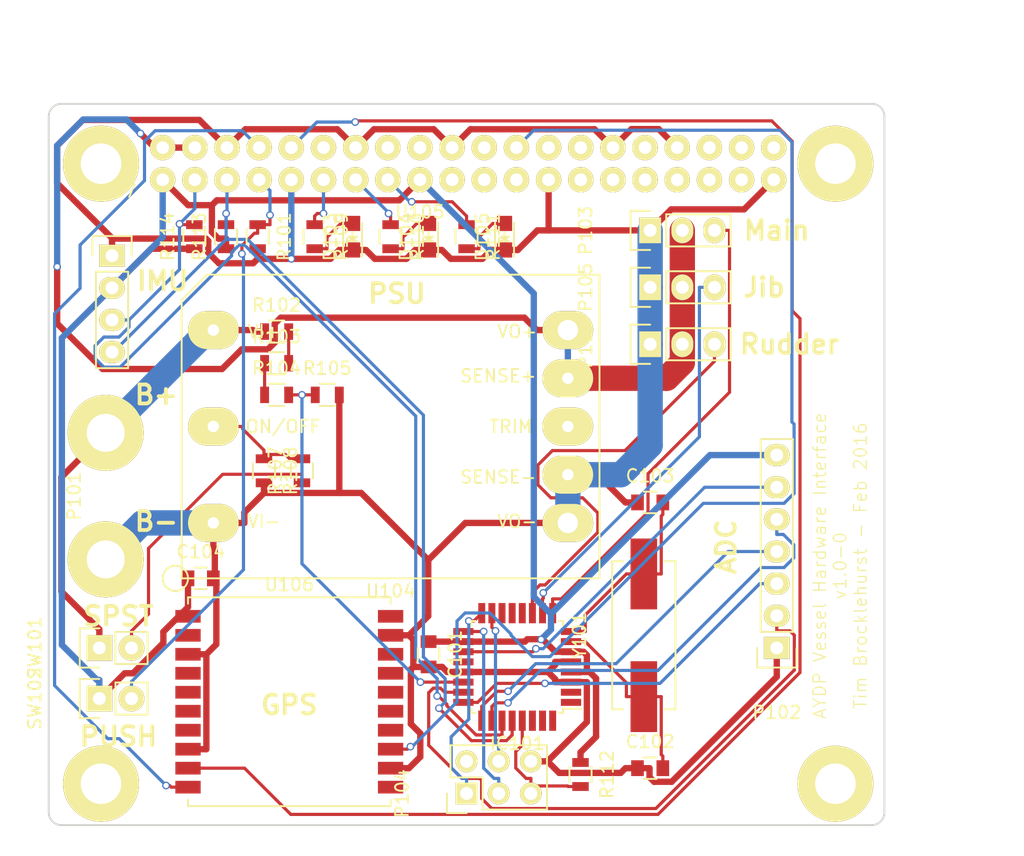
<source format=kicad_pcb>
(kicad_pcb (version 4) (host pcbnew "(2015-09-20 BZR 6203, Git 66a9b04)-product")

  (general
    (links 97)
    (no_connects 0)
    (area 111.875 31.15 197 98.608333)
    (thickness 1.6)
    (drawings 22)
    (tracks 506)
    (zones 0)
    (modules 34)
    (nets 36)
  )

  (page A4)
  (layers
    (0 F.Cu signal)
    (31 B.Cu signal)
    (32 B.Adhes user)
    (33 F.Adhes user)
    (34 B.Paste user)
    (35 F.Paste user)
    (36 B.SilkS user)
    (37 F.SilkS user)
    (38 B.Mask user)
    (39 F.Mask user)
    (40 Dwgs.User user)
    (41 Cmts.User user)
    (42 Eco1.User user)
    (43 Eco2.User user)
    (44 Edge.Cuts user)
    (45 Margin user)
    (46 B.CrtYd user)
    (47 F.CrtYd user)
    (48 B.Fab user)
    (49 F.Fab user)
  )

  (setup
    (last_trace_width 0.25)
    (user_trace_width 0.5)
    (user_trace_width 1)
    (user_trace_width 1.5)
    (user_trace_width 2)
    (trace_clearance 0.2)
    (zone_clearance 0.508)
    (zone_45_only no)
    (trace_min 0.2)
    (segment_width 0.2)
    (edge_width 0.15)
    (via_size 0.6)
    (via_drill 0.4)
    (via_min_size 0.4)
    (via_min_drill 0.3)
    (uvia_size 0.3)
    (uvia_drill 0.1)
    (uvias_allowed no)
    (uvia_min_size 0.2)
    (uvia_min_drill 0.1)
    (pcb_text_width 0.3)
    (pcb_text_size 1.5 1.5)
    (mod_edge_width 0.15)
    (mod_text_size 1 1)
    (mod_text_width 0.15)
    (pad_size 1.524 1.524)
    (pad_drill 0.762)
    (pad_to_mask_clearance 0.2)
    (aux_axis_origin 0 0)
    (visible_elements FFFFFF7F)
    (pcbplotparams
      (layerselection 0x010f0_80000001)
      (usegerberextensions false)
      (excludeedgelayer true)
      (linewidth 0.100000)
      (plotframeref false)
      (viasonmask false)
      (mode 1)
      (useauxorigin false)
      (hpglpennumber 1)
      (hpglpenspeed 20)
      (hpglpendiameter 15)
      (hpglpenoverlay 2)
      (psnegative false)
      (psa4output false)
      (plotreference false)
      (plotvalue false)
      (plotinvisibletext false)
      (padsonsilk false)
      (subtractmaskfromsilk false)
      (outputformat 1)
      (mirror false)
      (drillshape 0)
      (scaleselection 1)
      (outputdirectory Gerber/))
  )

  (net 0 "")
  (net 1 /3V3)
  (net 2 /0V)
  (net 3 "Net-(C102-Pad2)")
  (net 4 "Net-(C103-Pad2)")
  (net 5 "Net-(D103-Pad2)")
  (net 6 "Net-(D104-Pad2)")
  (net 7 "Net-(D105-Pad2)")
  (net 8 /PWM1)
  (net 9 /PWM2)
  (net 10 /PWM3)
  (net 11 /MOSI)
  (net 12 /MISO)
  (net 13 /SCLK)
  (net 14 /ADC6)
  (net 15 "Net-(IC101-Pad23)")
  (net 16 "Net-(IC101-Pad24)")
  (net 17 "Net-(IC101-Pad25)")
  (net 18 "Net-(IC101-Pad26)")
  (net 19 /SDA)
  (net 20 /SCL)
  (net 21 /RESET)
  (net 22 /Batt+)
  (net 23 /5V)
  (net 24 /GPIO4)
  (net 25 "Net-(R109-Pad1)")
  (net 26 "Net-(R110-Pad1)")
  (net 27 "Net-(R111-Pad1)")
  (net 28 /REM)
  (net 29 /ToGPS)
  (net 30 /FromGPS)
  (net 31 /GPIO24)
  (net 32 "Net-(R107-Pad1)")
  (net 33 "Net-(IC101-Pad22)")
  (net 34 "Net-(R102-Pad2)")
  (net 35 "Net-(R103-Pad1)")

  (net_class Default "This is the default net class."
    (clearance 0.2)
    (trace_width 0.25)
    (via_dia 0.6)
    (via_drill 0.4)
    (uvia_dia 0.3)
    (uvia_drill 0.1)
    (add_net /ADC6)
    (add_net /FromGPS)
    (add_net /GPIO24)
    (add_net /GPIO4)
    (add_net /MISO)
    (add_net /MOSI)
    (add_net /PWM1)
    (add_net /PWM2)
    (add_net /PWM3)
    (add_net /REM)
    (add_net /RESET)
    (add_net /SCL)
    (add_net /SCLK)
    (add_net /SDA)
    (add_net /ToGPS)
    (add_net "Net-(C102-Pad2)")
    (add_net "Net-(C103-Pad2)")
    (add_net "Net-(D103-Pad2)")
    (add_net "Net-(D104-Pad2)")
    (add_net "Net-(D105-Pad2)")
    (add_net "Net-(IC101-Pad22)")
    (add_net "Net-(IC101-Pad23)")
    (add_net "Net-(IC101-Pad24)")
    (add_net "Net-(IC101-Pad25)")
    (add_net "Net-(IC101-Pad26)")
    (add_net "Net-(R102-Pad2)")
    (add_net "Net-(R103-Pad1)")
    (add_net "Net-(R107-Pad1)")
    (add_net "Net-(R109-Pad1)")
    (add_net "Net-(R110-Pad1)")
    (add_net "Net-(R111-Pad1)")
  )

  (net_class Power ""
    (clearance 0.2)
    (trace_width 0.5)
    (via_dia 0.6)
    (via_drill 0.4)
    (uvia_dia 0.3)
    (uvia_drill 0.1)
    (add_net /0V)
    (add_net /3V3)
    (add_net /5V)
    (add_net /Batt+)
  )

  (module Capacitors_SMD:C_0805 (layer F.Cu) (tedit 5415D6EA) (tstamp 56BF63CD)
    (at 146 82.5 270)
    (descr "Capacitor SMD 0805, reflow soldering, AVX (see smccp.pdf)")
    (tags "capacitor 0805")
    (path /56BBA7EB)
    (attr smd)
    (fp_text reference C101 (at 0 -2.1 270) (layer F.SilkS)
      (effects (font (size 1 1) (thickness 0.15)))
    )
    (fp_text value C (at 0 2.1 270) (layer F.Fab)
      (effects (font (size 1 1) (thickness 0.15)))
    )
    (fp_line (start -1.8 -1) (end 1.8 -1) (layer F.CrtYd) (width 0.05))
    (fp_line (start -1.8 1) (end 1.8 1) (layer F.CrtYd) (width 0.05))
    (fp_line (start -1.8 -1) (end -1.8 1) (layer F.CrtYd) (width 0.05))
    (fp_line (start 1.8 -1) (end 1.8 1) (layer F.CrtYd) (width 0.05))
    (fp_line (start 0.5 -0.85) (end -0.5 -0.85) (layer F.SilkS) (width 0.15))
    (fp_line (start -0.5 0.85) (end 0.5 0.85) (layer F.SilkS) (width 0.15))
    (pad 1 smd rect (at -1 0 270) (size 1 1.25) (layers F.Cu F.Paste F.Mask)
      (net 1 /3V3))
    (pad 2 smd rect (at 1 0 270) (size 1 1.25) (layers F.Cu F.Paste F.Mask)
      (net 2 /0V))
    (model Capacitors_SMD.3dshapes/C_0805.wrl
      (at (xyz 0 0 0))
      (scale (xyz 1 1 1))
      (rotate (xyz 0 0 0))
    )
  )

  (module Capacitors_SMD:C_0805 (layer F.Cu) (tedit 5415D6EA) (tstamp 56BF63D3)
    (at 163.5 91.5)
    (descr "Capacitor SMD 0805, reflow soldering, AVX (see smccp.pdf)")
    (tags "capacitor 0805")
    (path /56BBB1A6)
    (attr smd)
    (fp_text reference C102 (at 0 -2.1) (layer F.SilkS)
      (effects (font (size 1 1) (thickness 0.15)))
    )
    (fp_text value 18p (at 0 2.1) (layer F.Fab)
      (effects (font (size 1 1) (thickness 0.15)))
    )
    (fp_line (start -1.8 -1) (end 1.8 -1) (layer F.CrtYd) (width 0.05))
    (fp_line (start -1.8 1) (end 1.8 1) (layer F.CrtYd) (width 0.05))
    (fp_line (start -1.8 -1) (end -1.8 1) (layer F.CrtYd) (width 0.05))
    (fp_line (start 1.8 -1) (end 1.8 1) (layer F.CrtYd) (width 0.05))
    (fp_line (start 0.5 -0.85) (end -0.5 -0.85) (layer F.SilkS) (width 0.15))
    (fp_line (start -0.5 0.85) (end 0.5 0.85) (layer F.SilkS) (width 0.15))
    (pad 1 smd rect (at -1 0) (size 1 1.25) (layers F.Cu F.Paste F.Mask)
      (net 2 /0V))
    (pad 2 smd rect (at 1 0) (size 1 1.25) (layers F.Cu F.Paste F.Mask)
      (net 3 "Net-(C102-Pad2)"))
    (model Capacitors_SMD.3dshapes/C_0805.wrl
      (at (xyz 0 0 0))
      (scale (xyz 1 1 1))
      (rotate (xyz 0 0 0))
    )
  )

  (module Capacitors_SMD:C_0805 (layer F.Cu) (tedit 5415D6EA) (tstamp 56BF63D9)
    (at 163.5 70.5)
    (descr "Capacitor SMD 0805, reflow soldering, AVX (see smccp.pdf)")
    (tags "capacitor 0805")
    (path /56BBB1FA)
    (attr smd)
    (fp_text reference C103 (at 0 -2.1) (layer F.SilkS)
      (effects (font (size 1 1) (thickness 0.15)))
    )
    (fp_text value 18p (at 0 2.1) (layer F.Fab)
      (effects (font (size 1 1) (thickness 0.15)))
    )
    (fp_line (start -1.8 -1) (end 1.8 -1) (layer F.CrtYd) (width 0.05))
    (fp_line (start -1.8 1) (end 1.8 1) (layer F.CrtYd) (width 0.05))
    (fp_line (start -1.8 -1) (end -1.8 1) (layer F.CrtYd) (width 0.05))
    (fp_line (start 1.8 -1) (end 1.8 1) (layer F.CrtYd) (width 0.05))
    (fp_line (start 0.5 -0.85) (end -0.5 -0.85) (layer F.SilkS) (width 0.15))
    (fp_line (start -0.5 0.85) (end 0.5 0.85) (layer F.SilkS) (width 0.15))
    (pad 1 smd rect (at -1 0) (size 1 1.25) (layers F.Cu F.Paste F.Mask)
      (net 2 /0V))
    (pad 2 smd rect (at 1 0) (size 1 1.25) (layers F.Cu F.Paste F.Mask)
      (net 4 "Net-(C103-Pad2)"))
    (model Capacitors_SMD.3dshapes/C_0805.wrl
      (at (xyz 0 0 0))
      (scale (xyz 1 1 1))
      (rotate (xyz 0 0 0))
    )
  )

  (module Capacitors_SMD:C_0805 (layer F.Cu) (tedit 5415D6EA) (tstamp 56BF63DF)
    (at 128 76.5)
    (descr "Capacitor SMD 0805, reflow soldering, AVX (see smccp.pdf)")
    (tags "capacitor 0805")
    (path /56BBD227)
    (attr smd)
    (fp_text reference C104 (at 0 -2.1) (layer F.SilkS)
      (effects (font (size 1 1) (thickness 0.15)))
    )
    (fp_text value 4.7u (at 0 2.1) (layer F.Fab)
      (effects (font (size 1 1) (thickness 0.15)))
    )
    (fp_line (start -1.8 -1) (end 1.8 -1) (layer F.CrtYd) (width 0.05))
    (fp_line (start -1.8 1) (end 1.8 1) (layer F.CrtYd) (width 0.05))
    (fp_line (start -1.8 -1) (end -1.8 1) (layer F.CrtYd) (width 0.05))
    (fp_line (start 1.8 -1) (end 1.8 1) (layer F.CrtYd) (width 0.05))
    (fp_line (start 0.5 -0.85) (end -0.5 -0.85) (layer F.SilkS) (width 0.15))
    (fp_line (start -0.5 0.85) (end 0.5 0.85) (layer F.SilkS) (width 0.15))
    (pad 1 smd rect (at -1 0) (size 1 1.25) (layers F.Cu F.Paste F.Mask)
      (net 1 /3V3))
    (pad 2 smd rect (at 1 0) (size 1 1.25) (layers F.Cu F.Paste F.Mask)
      (net 2 /0V))
    (model Capacitors_SMD.3dshapes/C_0805.wrl
      (at (xyz 0 0 0))
      (scale (xyz 1 1 1))
      (rotate (xyz 0 0 0))
    )
  )

  (module LEDs:LED-0805 placed (layer F.Cu) (tedit 55BDE1C2) (tstamp 56BF63F1)
    (at 140 49.5 90)
    (descr "LED 0805 smd package")
    (tags "LED 0805 SMD")
    (path /56BC4459)
    (attr smd)
    (fp_text reference D103 (at 0 -1.75 90) (layer F.SilkS)
      (effects (font (size 1 1) (thickness 0.15)))
    )
    (fp_text value LED (at 0 1.75 90) (layer F.Fab)
      (effects (font (size 1 1) (thickness 0.15)))
    )
    (fp_line (start -1.6 0.75) (end 1.1 0.75) (layer F.SilkS) (width 0.15))
    (fp_line (start -1.6 -0.75) (end 1.1 -0.75) (layer F.SilkS) (width 0.15))
    (fp_line (start -0.1 0.15) (end -0.1 -0.1) (layer F.SilkS) (width 0.15))
    (fp_line (start -0.1 -0.1) (end -0.25 0.05) (layer F.SilkS) (width 0.15))
    (fp_line (start -0.35 -0.35) (end -0.35 0.35) (layer F.SilkS) (width 0.15))
    (fp_line (start 0 0) (end 0.35 0) (layer F.SilkS) (width 0.15))
    (fp_line (start -0.35 0) (end 0 -0.35) (layer F.SilkS) (width 0.15))
    (fp_line (start 0 -0.35) (end 0 0.35) (layer F.SilkS) (width 0.15))
    (fp_line (start 0 0.35) (end -0.35 0) (layer F.SilkS) (width 0.15))
    (fp_line (start 1.9 -0.95) (end 1.9 0.95) (layer F.CrtYd) (width 0.05))
    (fp_line (start 1.9 0.95) (end -1.9 0.95) (layer F.CrtYd) (width 0.05))
    (fp_line (start -1.9 0.95) (end -1.9 -0.95) (layer F.CrtYd) (width 0.05))
    (fp_line (start -1.9 -0.95) (end 1.9 -0.95) (layer F.CrtYd) (width 0.05))
    (pad 2 smd rect (at 1.04902 0 270) (size 1.19888 1.19888) (layers F.Cu F.Paste F.Mask)
      (net 5 "Net-(D103-Pad2)"))
    (pad 1 smd rect (at -1.04902 0 270) (size 1.19888 1.19888) (layers F.Cu F.Paste F.Mask)
      (net 2 /0V))
    (model LEDs.3dshapes/LED-0805.wrl
      (at (xyz 0 0 0))
      (scale (xyz 1 1 1))
      (rotate (xyz 0 0 0))
    )
  )

  (module LEDs:LED-0805 (layer F.Cu) (tedit 55BDE1C2) (tstamp 56BF63F7)
    (at 146 49.5 90)
    (descr "LED 0805 smd package")
    (tags "LED 0805 SMD")
    (path /56BF90D5)
    (attr smd)
    (fp_text reference D104 (at 0 -1.75 90) (layer F.SilkS)
      (effects (font (size 1 1) (thickness 0.15)))
    )
    (fp_text value LED (at 0 1.75 90) (layer F.Fab)
      (effects (font (size 1 1) (thickness 0.15)))
    )
    (fp_line (start -1.6 0.75) (end 1.1 0.75) (layer F.SilkS) (width 0.15))
    (fp_line (start -1.6 -0.75) (end 1.1 -0.75) (layer F.SilkS) (width 0.15))
    (fp_line (start -0.1 0.15) (end -0.1 -0.1) (layer F.SilkS) (width 0.15))
    (fp_line (start -0.1 -0.1) (end -0.25 0.05) (layer F.SilkS) (width 0.15))
    (fp_line (start -0.35 -0.35) (end -0.35 0.35) (layer F.SilkS) (width 0.15))
    (fp_line (start 0 0) (end 0.35 0) (layer F.SilkS) (width 0.15))
    (fp_line (start -0.35 0) (end 0 -0.35) (layer F.SilkS) (width 0.15))
    (fp_line (start 0 -0.35) (end 0 0.35) (layer F.SilkS) (width 0.15))
    (fp_line (start 0 0.35) (end -0.35 0) (layer F.SilkS) (width 0.15))
    (fp_line (start 1.9 -0.95) (end 1.9 0.95) (layer F.CrtYd) (width 0.05))
    (fp_line (start 1.9 0.95) (end -1.9 0.95) (layer F.CrtYd) (width 0.05))
    (fp_line (start -1.9 0.95) (end -1.9 -0.95) (layer F.CrtYd) (width 0.05))
    (fp_line (start -1.9 -0.95) (end 1.9 -0.95) (layer F.CrtYd) (width 0.05))
    (pad 2 smd rect (at 1.04902 0 270) (size 1.19888 1.19888) (layers F.Cu F.Paste F.Mask)
      (net 6 "Net-(D104-Pad2)"))
    (pad 1 smd rect (at -1.04902 0 270) (size 1.19888 1.19888) (layers F.Cu F.Paste F.Mask)
      (net 2 /0V))
    (model LEDs.3dshapes/LED-0805.wrl
      (at (xyz 0 0 0))
      (scale (xyz 1 1 1))
      (rotate (xyz 0 0 0))
    )
  )

  (module LEDs:LED-0805 (layer F.Cu) (tedit 55BDE1C2) (tstamp 56BF63FD)
    (at 152 49.5 90)
    (descr "LED 0805 smd package")
    (tags "LED 0805 SMD")
    (path /56BF93FA)
    (attr smd)
    (fp_text reference D105 (at 0 -1.75 90) (layer F.SilkS)
      (effects (font (size 1 1) (thickness 0.15)))
    )
    (fp_text value LED (at 0 1.75 90) (layer F.Fab)
      (effects (font (size 1 1) (thickness 0.15)))
    )
    (fp_line (start -1.6 0.75) (end 1.1 0.75) (layer F.SilkS) (width 0.15))
    (fp_line (start -1.6 -0.75) (end 1.1 -0.75) (layer F.SilkS) (width 0.15))
    (fp_line (start -0.1 0.15) (end -0.1 -0.1) (layer F.SilkS) (width 0.15))
    (fp_line (start -0.1 -0.1) (end -0.25 0.05) (layer F.SilkS) (width 0.15))
    (fp_line (start -0.35 -0.35) (end -0.35 0.35) (layer F.SilkS) (width 0.15))
    (fp_line (start 0 0) (end 0.35 0) (layer F.SilkS) (width 0.15))
    (fp_line (start -0.35 0) (end 0 -0.35) (layer F.SilkS) (width 0.15))
    (fp_line (start 0 -0.35) (end 0 0.35) (layer F.SilkS) (width 0.15))
    (fp_line (start 0 0.35) (end -0.35 0) (layer F.SilkS) (width 0.15))
    (fp_line (start 1.9 -0.95) (end 1.9 0.95) (layer F.CrtYd) (width 0.05))
    (fp_line (start 1.9 0.95) (end -1.9 0.95) (layer F.CrtYd) (width 0.05))
    (fp_line (start -1.9 0.95) (end -1.9 -0.95) (layer F.CrtYd) (width 0.05))
    (fp_line (start -1.9 -0.95) (end 1.9 -0.95) (layer F.CrtYd) (width 0.05))
    (pad 2 smd rect (at 1.04902 0 270) (size 1.19888 1.19888) (layers F.Cu F.Paste F.Mask)
      (net 7 "Net-(D105-Pad2)"))
    (pad 1 smd rect (at -1.04902 0 270) (size 1.19888 1.19888) (layers F.Cu F.Paste F.Mask)
      (net 2 /0V))
    (model LEDs.3dshapes/LED-0805.wrl
      (at (xyz 0 0 0))
      (scale (xyz 1 1 1))
      (rotate (xyz 0 0 0))
    )
  )

  (module Housings_QFP:TQFP-32_7x7mm_Pitch0.8mm (layer F.Cu) (tedit 54130A77) (tstamp 56BF6421)
    (at 153 83.5 180)
    (descr "32-Lead Plastic Thin Quad Flatpack (PT) - 7x7x1.0 mm Body, 2.00 mm [TQFP] (see Microchip Packaging Specification 00000049BS.pdf)")
    (tags "QFP 0.8")
    (path /56BBA726)
    (attr smd)
    (fp_text reference IC101 (at 0 -6.05 180) (layer F.SilkS)
      (effects (font (size 1 1) (thickness 0.15)))
    )
    (fp_text value ATMEGA328-A (at 0 6.05 180) (layer F.Fab)
      (effects (font (size 1 1) (thickness 0.15)))
    )
    (fp_line (start -5.3 -5.3) (end -5.3 5.3) (layer F.CrtYd) (width 0.05))
    (fp_line (start 5.3 -5.3) (end 5.3 5.3) (layer F.CrtYd) (width 0.05))
    (fp_line (start -5.3 -5.3) (end 5.3 -5.3) (layer F.CrtYd) (width 0.05))
    (fp_line (start -5.3 5.3) (end 5.3 5.3) (layer F.CrtYd) (width 0.05))
    (fp_line (start -3.625 -3.625) (end -3.625 -3.3) (layer F.SilkS) (width 0.15))
    (fp_line (start 3.625 -3.625) (end 3.625 -3.3) (layer F.SilkS) (width 0.15))
    (fp_line (start 3.625 3.625) (end 3.625 3.3) (layer F.SilkS) (width 0.15))
    (fp_line (start -3.625 3.625) (end -3.625 3.3) (layer F.SilkS) (width 0.15))
    (fp_line (start -3.625 -3.625) (end -3.3 -3.625) (layer F.SilkS) (width 0.15))
    (fp_line (start -3.625 3.625) (end -3.3 3.625) (layer F.SilkS) (width 0.15))
    (fp_line (start 3.625 3.625) (end 3.3 3.625) (layer F.SilkS) (width 0.15))
    (fp_line (start 3.625 -3.625) (end 3.3 -3.625) (layer F.SilkS) (width 0.15))
    (fp_line (start -3.625 -3.3) (end -5.05 -3.3) (layer F.SilkS) (width 0.15))
    (pad 1 smd rect (at -4.25 -2.8 180) (size 1.6 0.55) (layers F.Cu F.Paste F.Mask))
    (pad 2 smd rect (at -4.25 -2 180) (size 1.6 0.55) (layers F.Cu F.Paste F.Mask))
    (pad 3 smd rect (at -4.25 -1.2 180) (size 1.6 0.55) (layers F.Cu F.Paste F.Mask)
      (net 2 /0V))
    (pad 4 smd rect (at -4.25 -0.4 180) (size 1.6 0.55) (layers F.Cu F.Paste F.Mask)
      (net 1 /3V3))
    (pad 5 smd rect (at -4.25 0.4 180) (size 1.6 0.55) (layers F.Cu F.Paste F.Mask)
      (net 2 /0V))
    (pad 6 smd rect (at -4.25 1.2 180) (size 1.6 0.55) (layers F.Cu F.Paste F.Mask)
      (net 1 /3V3))
    (pad 7 smd rect (at -4.25 2 180) (size 1.6 0.55) (layers F.Cu F.Paste F.Mask)
      (net 3 "Net-(C102-Pad2)"))
    (pad 8 smd rect (at -4.25 2.8 180) (size 1.6 0.55) (layers F.Cu F.Paste F.Mask)
      (net 4 "Net-(C103-Pad2)"))
    (pad 9 smd rect (at -2.8 4.25 270) (size 1.6 0.55) (layers F.Cu F.Paste F.Mask)
      (net 8 /PWM1))
    (pad 10 smd rect (at -2 4.25 270) (size 1.6 0.55) (layers F.Cu F.Paste F.Mask)
      (net 9 /PWM2))
    (pad 11 smd rect (at -1.2 4.25 270) (size 1.6 0.55) (layers F.Cu F.Paste F.Mask)
      (net 10 /PWM3))
    (pad 12 smd rect (at -0.4 4.25 270) (size 1.6 0.55) (layers F.Cu F.Paste F.Mask))
    (pad 13 smd rect (at 0.4 4.25 270) (size 1.6 0.55) (layers F.Cu F.Paste F.Mask))
    (pad 14 smd rect (at 1.2 4.25 270) (size 1.6 0.55) (layers F.Cu F.Paste F.Mask))
    (pad 15 smd rect (at 2 4.25 270) (size 1.6 0.55) (layers F.Cu F.Paste F.Mask)
      (net 11 /MOSI))
    (pad 16 smd rect (at 2.8 4.25 270) (size 1.6 0.55) (layers F.Cu F.Paste F.Mask)
      (net 12 /MISO))
    (pad 17 smd rect (at 4.25 2.8 180) (size 1.6 0.55) (layers F.Cu F.Paste F.Mask)
      (net 13 /SCLK))
    (pad 18 smd rect (at 4.25 2 180) (size 1.6 0.55) (layers F.Cu F.Paste F.Mask)
      (net 1 /3V3))
    (pad 19 smd rect (at 4.25 1.2 180) (size 1.6 0.55) (layers F.Cu F.Paste F.Mask)
      (net 14 /ADC6))
    (pad 20 smd rect (at 4.25 0.4 180) (size 1.6 0.55) (layers F.Cu F.Paste F.Mask))
    (pad 21 smd rect (at 4.25 -0.4 180) (size 1.6 0.55) (layers F.Cu F.Paste F.Mask)
      (net 2 /0V))
    (pad 22 smd rect (at 4.25 -1.2 180) (size 1.6 0.55) (layers F.Cu F.Paste F.Mask)
      (net 33 "Net-(IC101-Pad22)"))
    (pad 23 smd rect (at 4.25 -2 180) (size 1.6 0.55) (layers F.Cu F.Paste F.Mask)
      (net 15 "Net-(IC101-Pad23)"))
    (pad 24 smd rect (at 4.25 -2.8 180) (size 1.6 0.55) (layers F.Cu F.Paste F.Mask)
      (net 16 "Net-(IC101-Pad24)"))
    (pad 25 smd rect (at 2.8 -4.25 270) (size 1.6 0.55) (layers F.Cu F.Paste F.Mask)
      (net 17 "Net-(IC101-Pad25)"))
    (pad 26 smd rect (at 2 -4.25 270) (size 1.6 0.55) (layers F.Cu F.Paste F.Mask)
      (net 18 "Net-(IC101-Pad26)"))
    (pad 27 smd rect (at 1.2 -4.25 270) (size 1.6 0.55) (layers F.Cu F.Paste F.Mask)
      (net 19 /SDA))
    (pad 28 smd rect (at 0.4 -4.25 270) (size 1.6 0.55) (layers F.Cu F.Paste F.Mask)
      (net 20 /SCL))
    (pad 29 smd rect (at -0.4 -4.25 270) (size 1.6 0.55) (layers F.Cu F.Paste F.Mask)
      (net 21 /RESET))
    (pad 30 smd rect (at -1.2 -4.25 270) (size 1.6 0.55) (layers F.Cu F.Paste F.Mask))
    (pad 31 smd rect (at -2 -4.25 270) (size 1.6 0.55) (layers F.Cu F.Paste F.Mask))
    (pad 32 smd rect (at -2.8 -4.25 270) (size 1.6 0.55) (layers F.Cu F.Paste F.Mask))
    (model Housings_QFP.3dshapes/TQFP-32_7x7mm_Pitch0.8mm.wrl
      (at (xyz 0 0 0))
      (scale (xyz 1 1 1))
      (rotate (xyz 0 0 0))
    )
  )

  (module PowerConnectors:BatteryConn10AWG (layer F.Cu) (tedit 56BF85CB) (tstamp 56BF6427)
    (at 120.5 70 90)
    (path /56BBC159)
    (fp_text reference P101 (at 0 -2.5 90) (layer F.SilkS)
      (effects (font (size 1 1) (thickness 0.15)))
    )
    (fp_text value CONN_01X02 (at 0 -4 90) (layer F.Fab)
      (effects (font (size 1 1) (thickness 0.15)))
    )
    (pad 1 thru_hole circle (at -5 0 90) (size 6 6) (drill 3) (layers *.Cu *.Mask F.SilkS)
      (net 2 /0V))
    (pad 2 thru_hole circle (at 5 0 90) (size 6 6) (drill 3) (layers *.Cu *.Mask F.SilkS)
      (net 22 /Batt+))
  )

  (module Pin_Headers:Pin_Header_Straight_1x03 (layer F.Cu) (tedit 0) (tstamp 56BF643A)
    (at 163.5 49 90)
    (descr "Through hole pin header")
    (tags "pin header")
    (path /56BBEB5B)
    (fp_text reference P103 (at 0 -5.1 90) (layer F.SilkS)
      (effects (font (size 1 1) (thickness 0.15)))
    )
    (fp_text value CONN_01X03 (at 0 -3.1 90) (layer F.Fab)
      (effects (font (size 1 1) (thickness 0.15)))
    )
    (fp_line (start -1.75 -1.75) (end -1.75 6.85) (layer F.CrtYd) (width 0.05))
    (fp_line (start 1.75 -1.75) (end 1.75 6.85) (layer F.CrtYd) (width 0.05))
    (fp_line (start -1.75 -1.75) (end 1.75 -1.75) (layer F.CrtYd) (width 0.05))
    (fp_line (start -1.75 6.85) (end 1.75 6.85) (layer F.CrtYd) (width 0.05))
    (fp_line (start -1.27 1.27) (end -1.27 6.35) (layer F.SilkS) (width 0.15))
    (fp_line (start -1.27 6.35) (end 1.27 6.35) (layer F.SilkS) (width 0.15))
    (fp_line (start 1.27 6.35) (end 1.27 1.27) (layer F.SilkS) (width 0.15))
    (fp_line (start 1.55 -1.55) (end 1.55 0) (layer F.SilkS) (width 0.15))
    (fp_line (start 1.27 1.27) (end -1.27 1.27) (layer F.SilkS) (width 0.15))
    (fp_line (start -1.55 0) (end -1.55 -1.55) (layer F.SilkS) (width 0.15))
    (fp_line (start -1.55 -1.55) (end 1.55 -1.55) (layer F.SilkS) (width 0.15))
    (pad 1 thru_hole rect (at 0 0 90) (size 2.032 1.7272) (drill 1.016) (layers *.Cu *.Mask F.SilkS)
      (net 2 /0V))
    (pad 2 thru_hole oval (at 0 2.54 90) (size 2.032 1.7272) (drill 1.016) (layers *.Cu *.Mask F.SilkS)
      (net 23 /5V))
    (pad 3 thru_hole oval (at 0 5.08 90) (size 2.032 1.7272) (drill 1.016) (layers *.Cu *.Mask F.SilkS)
      (net 8 /PWM1))
    (model Pin_Headers.3dshapes/Pin_Header_Straight_1x03.wrl
      (at (xyz 0 -0.1 0))
      (scale (xyz 1 1 1))
      (rotate (xyz 0 0 90))
    )
  )

  (module Pin_Headers:Pin_Header_Straight_1x03 (layer F.Cu) (tedit 0) (tstamp 56BF644B)
    (at 163.5 53.5 90)
    (descr "Through hole pin header")
    (tags "pin header")
    (path /56BBF13A)
    (fp_text reference P105 (at 0 -5.1 90) (layer F.SilkS)
      (effects (font (size 1 1) (thickness 0.15)))
    )
    (fp_text value CONN_01X03 (at 0 -3.1 90) (layer F.Fab)
      (effects (font (size 1 1) (thickness 0.15)))
    )
    (fp_line (start -1.75 -1.75) (end -1.75 6.85) (layer F.CrtYd) (width 0.05))
    (fp_line (start 1.75 -1.75) (end 1.75 6.85) (layer F.CrtYd) (width 0.05))
    (fp_line (start -1.75 -1.75) (end 1.75 -1.75) (layer F.CrtYd) (width 0.05))
    (fp_line (start -1.75 6.85) (end 1.75 6.85) (layer F.CrtYd) (width 0.05))
    (fp_line (start -1.27 1.27) (end -1.27 6.35) (layer F.SilkS) (width 0.15))
    (fp_line (start -1.27 6.35) (end 1.27 6.35) (layer F.SilkS) (width 0.15))
    (fp_line (start 1.27 6.35) (end 1.27 1.27) (layer F.SilkS) (width 0.15))
    (fp_line (start 1.55 -1.55) (end 1.55 0) (layer F.SilkS) (width 0.15))
    (fp_line (start 1.27 1.27) (end -1.27 1.27) (layer F.SilkS) (width 0.15))
    (fp_line (start -1.55 0) (end -1.55 -1.55) (layer F.SilkS) (width 0.15))
    (fp_line (start -1.55 -1.55) (end 1.55 -1.55) (layer F.SilkS) (width 0.15))
    (pad 1 thru_hole rect (at 0 0 90) (size 2.032 1.7272) (drill 1.016) (layers *.Cu *.Mask F.SilkS)
      (net 2 /0V))
    (pad 2 thru_hole oval (at 0 2.54 90) (size 2.032 1.7272) (drill 1.016) (layers *.Cu *.Mask F.SilkS)
      (net 23 /5V))
    (pad 3 thru_hole oval (at 0 5.08 90) (size 2.032 1.7272) (drill 1.016) (layers *.Cu *.Mask F.SilkS)
      (net 9 /PWM2))
    (model Pin_Headers.3dshapes/Pin_Header_Straight_1x03.wrl
      (at (xyz 0 -0.1 0))
      (scale (xyz 1 1 1))
      (rotate (xyz 0 0 90))
    )
  )

  (module Pin_Headers:Pin_Header_Straight_1x03 (layer F.Cu) (tedit 0) (tstamp 56BF6452)
    (at 163.5 58 90)
    (descr "Through hole pin header")
    (tags "pin header")
    (path /56BBF52C)
    (fp_text reference P106 (at 0 -5.1 90) (layer F.SilkS)
      (effects (font (size 1 1) (thickness 0.15)))
    )
    (fp_text value CONN_01X03 (at 0 -3.1 90) (layer F.Fab)
      (effects (font (size 1 1) (thickness 0.15)))
    )
    (fp_line (start -1.75 -1.75) (end -1.75 6.85) (layer F.CrtYd) (width 0.05))
    (fp_line (start 1.75 -1.75) (end 1.75 6.85) (layer F.CrtYd) (width 0.05))
    (fp_line (start -1.75 -1.75) (end 1.75 -1.75) (layer F.CrtYd) (width 0.05))
    (fp_line (start -1.75 6.85) (end 1.75 6.85) (layer F.CrtYd) (width 0.05))
    (fp_line (start -1.27 1.27) (end -1.27 6.35) (layer F.SilkS) (width 0.15))
    (fp_line (start -1.27 6.35) (end 1.27 6.35) (layer F.SilkS) (width 0.15))
    (fp_line (start 1.27 6.35) (end 1.27 1.27) (layer F.SilkS) (width 0.15))
    (fp_line (start 1.55 -1.55) (end 1.55 0) (layer F.SilkS) (width 0.15))
    (fp_line (start 1.27 1.27) (end -1.27 1.27) (layer F.SilkS) (width 0.15))
    (fp_line (start -1.55 0) (end -1.55 -1.55) (layer F.SilkS) (width 0.15))
    (fp_line (start -1.55 -1.55) (end 1.55 -1.55) (layer F.SilkS) (width 0.15))
    (pad 1 thru_hole rect (at 0 0 90) (size 2.032 1.7272) (drill 1.016) (layers *.Cu *.Mask F.SilkS)
      (net 2 /0V))
    (pad 2 thru_hole oval (at 0 2.54 90) (size 2.032 1.7272) (drill 1.016) (layers *.Cu *.Mask F.SilkS)
      (net 23 /5V))
    (pad 3 thru_hole oval (at 0 5.08 90) (size 2.032 1.7272) (drill 1.016) (layers *.Cu *.Mask F.SilkS)
      (net 10 /PWM3))
    (model Pin_Headers.3dshapes/Pin_Header_Straight_1x03.wrl
      (at (xyz 0 -0.1 0))
      (scale (xyz 1 1 1))
      (rotate (xyz 0 0 90))
    )
  )

  (module Pin_Headers:Pin_Header_Straight_1x04 (layer F.Cu) (tedit 0) (tstamp 56BF645A)
    (at 121 51)
    (descr "Through hole pin header")
    (tags "pin header")
    (path /56BBB426)
    (fp_text reference P107 (at 0 -5.1) (layer F.SilkS)
      (effects (font (size 1 1) (thickness 0.15)))
    )
    (fp_text value CONN_01X04 (at 0 -3.1) (layer F.Fab)
      (effects (font (size 1 1) (thickness 0.15)))
    )
    (fp_line (start -1.75 -1.75) (end -1.75 9.4) (layer F.CrtYd) (width 0.05))
    (fp_line (start 1.75 -1.75) (end 1.75 9.4) (layer F.CrtYd) (width 0.05))
    (fp_line (start -1.75 -1.75) (end 1.75 -1.75) (layer F.CrtYd) (width 0.05))
    (fp_line (start -1.75 9.4) (end 1.75 9.4) (layer F.CrtYd) (width 0.05))
    (fp_line (start -1.27 1.27) (end -1.27 8.89) (layer F.SilkS) (width 0.15))
    (fp_line (start 1.27 1.27) (end 1.27 8.89) (layer F.SilkS) (width 0.15))
    (fp_line (start 1.55 -1.55) (end 1.55 0) (layer F.SilkS) (width 0.15))
    (fp_line (start -1.27 8.89) (end 1.27 8.89) (layer F.SilkS) (width 0.15))
    (fp_line (start 1.27 1.27) (end -1.27 1.27) (layer F.SilkS) (width 0.15))
    (fp_line (start -1.55 0) (end -1.55 -1.55) (layer F.SilkS) (width 0.15))
    (fp_line (start -1.55 -1.55) (end 1.55 -1.55) (layer F.SilkS) (width 0.15))
    (pad 1 thru_hole rect (at 0 0) (size 2.032 1.7272) (drill 1.016) (layers *.Cu *.Mask F.SilkS)
      (net 2 /0V))
    (pad 2 thru_hole oval (at 0 2.54) (size 2.032 1.7272) (drill 1.016) (layers *.Cu *.Mask F.SilkS)
      (net 1 /3V3))
    (pad 3 thru_hole oval (at 0 5.08) (size 2.032 1.7272) (drill 1.016) (layers *.Cu *.Mask F.SilkS)
      (net 19 /SDA))
    (pad 4 thru_hole oval (at 0 7.62) (size 2.032 1.7272) (drill 1.016) (layers *.Cu *.Mask F.SilkS)
      (net 20 /SCL))
    (model Pin_Headers.3dshapes/Pin_Header_Straight_1x04.wrl
      (at (xyz 0 -0.15 0))
      (scale (xyz 1 1 1))
      (rotate (xyz 0 0 90))
    )
  )

  (module Resistors_SMD:R_0805 (layer F.Cu) (tedit 5415CDEB) (tstamp 56BF6460)
    (at 132.5 49.5 270)
    (descr "Resistor SMD 0805, reflow soldering, Vishay (see dcrcw.pdf)")
    (tags "resistor 0805")
    (path /56BF876F)
    (attr smd)
    (fp_text reference R101 (at 0 -2.1 270) (layer F.SilkS)
      (effects (font (size 1 1) (thickness 0.15)))
    )
    (fp_text value 10k (at 0 2.1 270) (layer F.Fab)
      (effects (font (size 1 1) (thickness 0.15)))
    )
    (fp_line (start -1.6 -1) (end 1.6 -1) (layer F.CrtYd) (width 0.05))
    (fp_line (start -1.6 1) (end 1.6 1) (layer F.CrtYd) (width 0.05))
    (fp_line (start -1.6 -1) (end -1.6 1) (layer F.CrtYd) (width 0.05))
    (fp_line (start 1.6 -1) (end 1.6 1) (layer F.CrtYd) (width 0.05))
    (fp_line (start 0.6 0.875) (end -0.6 0.875) (layer F.SilkS) (width 0.15))
    (fp_line (start -0.6 -0.875) (end 0.6 -0.875) (layer F.SilkS) (width 0.15))
    (pad 1 smd rect (at -0.95 0 270) (size 0.7 1.3) (layers F.Cu F.Paste F.Mask)
      (net 24 /GPIO4))
    (pad 2 smd rect (at 0.95 0 270) (size 0.7 1.3) (layers F.Cu F.Paste F.Mask)
      (net 2 /0V))
    (model Resistors_SMD.3dshapes/R_0805.wrl
      (at (xyz 0 0 0))
      (scale (xyz 1 1 1))
      (rotate (xyz 0 0 0))
    )
  )

  (module Resistors_SMD:R_0805 (layer F.Cu) (tedit 5415CDEB) (tstamp 56BF6484)
    (at 136 68 90)
    (descr "Resistor SMD 0805, reflow soldering, Vishay (see dcrcw.pdf)")
    (tags "resistor 0805")
    (path /56BF6D69)
    (attr smd)
    (fp_text reference R107 (at 0 -2.1 90) (layer F.SilkS)
      (effects (font (size 1 1) (thickness 0.15)))
    )
    (fp_text value 30k (at 0 2.1 90) (layer F.Fab)
      (effects (font (size 1 1) (thickness 0.15)))
    )
    (fp_line (start -1.6 -1) (end 1.6 -1) (layer F.CrtYd) (width 0.05))
    (fp_line (start -1.6 1) (end 1.6 1) (layer F.CrtYd) (width 0.05))
    (fp_line (start -1.6 -1) (end -1.6 1) (layer F.CrtYd) (width 0.05))
    (fp_line (start 1.6 -1) (end 1.6 1) (layer F.CrtYd) (width 0.05))
    (fp_line (start 0.6 0.875) (end -0.6 0.875) (layer F.SilkS) (width 0.15))
    (fp_line (start -0.6 -0.875) (end 0.6 -0.875) (layer F.SilkS) (width 0.15))
    (pad 1 smd rect (at -0.95 0 90) (size 0.7 1.3) (layers F.Cu F.Paste F.Mask)
      (net 32 "Net-(R107-Pad1)"))
    (pad 2 smd rect (at 0.95 0 90) (size 0.7 1.3) (layers F.Cu F.Paste F.Mask)
      (net 28 /REM))
    (model Resistors_SMD.3dshapes/R_0805.wrl
      (at (xyz 0 0 0))
      (scale (xyz 1 1 1))
      (rotate (xyz 0 0 0))
    )
  )

  (module Resistors_SMD:R_0805 (layer F.Cu) (tedit 5415CDEB) (tstamp 56BF648A)
    (at 133 68 270)
    (descr "Resistor SMD 0805, reflow soldering, Vishay (see dcrcw.pdf)")
    (tags "resistor 0805")
    (path /56BF6DF6)
    (attr smd)
    (fp_text reference R108 (at 0 -2.1 270) (layer F.SilkS)
      (effects (font (size 1 1) (thickness 0.15)))
    )
    (fp_text value 10k (at 0 2.1 270) (layer F.Fab)
      (effects (font (size 1 1) (thickness 0.15)))
    )
    (fp_line (start -1.6 -1) (end 1.6 -1) (layer F.CrtYd) (width 0.05))
    (fp_line (start -1.6 1) (end 1.6 1) (layer F.CrtYd) (width 0.05))
    (fp_line (start -1.6 -1) (end -1.6 1) (layer F.CrtYd) (width 0.05))
    (fp_line (start 1.6 -1) (end 1.6 1) (layer F.CrtYd) (width 0.05))
    (fp_line (start 0.6 0.875) (end -0.6 0.875) (layer F.SilkS) (width 0.15))
    (fp_line (start -0.6 -0.875) (end 0.6 -0.875) (layer F.SilkS) (width 0.15))
    (pad 1 smd rect (at -0.95 0 270) (size 0.7 1.3) (layers F.Cu F.Paste F.Mask)
      (net 28 /REM))
    (pad 2 smd rect (at 0.95 0 270) (size 0.7 1.3) (layers F.Cu F.Paste F.Mask)
      (net 2 /0V))
    (model Resistors_SMD.3dshapes/R_0805.wrl
      (at (xyz 0 0 0))
      (scale (xyz 1 1 1))
      (rotate (xyz 0 0 0))
    )
  )

  (module Resistors_SMD:R_0805 (layer F.Cu) (tedit 5415CDEB) (tstamp 56BF6490)
    (at 137 49.5 270)
    (descr "Resistor SMD 0805, reflow soldering, Vishay (see dcrcw.pdf)")
    (tags "resistor 0805")
    (path /56BC4520)
    (attr smd)
    (fp_text reference R109 (at 0 -2.1 270) (layer F.SilkS)
      (effects (font (size 1 1) (thickness 0.15)))
    )
    (fp_text value 330R (at 0 2.1 270) (layer F.Fab)
      (effects (font (size 1 1) (thickness 0.15)))
    )
    (fp_line (start -1.6 -1) (end 1.6 -1) (layer F.CrtYd) (width 0.05))
    (fp_line (start -1.6 1) (end 1.6 1) (layer F.CrtYd) (width 0.05))
    (fp_line (start -1.6 -1) (end -1.6 1) (layer F.CrtYd) (width 0.05))
    (fp_line (start 1.6 -1) (end 1.6 1) (layer F.CrtYd) (width 0.05))
    (fp_line (start 0.6 0.875) (end -0.6 0.875) (layer F.SilkS) (width 0.15))
    (fp_line (start -0.6 -0.875) (end 0.6 -0.875) (layer F.SilkS) (width 0.15))
    (pad 1 smd rect (at -0.95 0 270) (size 0.7 1.3) (layers F.Cu F.Paste F.Mask)
      (net 25 "Net-(R109-Pad1)"))
    (pad 2 smd rect (at 0.95 0 270) (size 0.7 1.3) (layers F.Cu F.Paste F.Mask)
      (net 5 "Net-(D103-Pad2)"))
    (model Resistors_SMD.3dshapes/R_0805.wrl
      (at (xyz 0 0 0))
      (scale (xyz 1 1 1))
      (rotate (xyz 0 0 0))
    )
  )

  (module Resistors_SMD:R_0805 (layer F.Cu) (tedit 5415CDEB) (tstamp 56BF6496)
    (at 143 49.5 270)
    (descr "Resistor SMD 0805, reflow soldering, Vishay (see dcrcw.pdf)")
    (tags "resistor 0805")
    (path /56BF90DB)
    (attr smd)
    (fp_text reference R110 (at 0 -2.1 270) (layer F.SilkS)
      (effects (font (size 1 1) (thickness 0.15)))
    )
    (fp_text value 330R (at 0 2.1 270) (layer F.Fab)
      (effects (font (size 1 1) (thickness 0.15)))
    )
    (fp_line (start -1.6 -1) (end 1.6 -1) (layer F.CrtYd) (width 0.05))
    (fp_line (start -1.6 1) (end 1.6 1) (layer F.CrtYd) (width 0.05))
    (fp_line (start -1.6 -1) (end -1.6 1) (layer F.CrtYd) (width 0.05))
    (fp_line (start 1.6 -1) (end 1.6 1) (layer F.CrtYd) (width 0.05))
    (fp_line (start 0.6 0.875) (end -0.6 0.875) (layer F.SilkS) (width 0.15))
    (fp_line (start -0.6 -0.875) (end 0.6 -0.875) (layer F.SilkS) (width 0.15))
    (pad 1 smd rect (at -0.95 0 270) (size 0.7 1.3) (layers F.Cu F.Paste F.Mask)
      (net 26 "Net-(R110-Pad1)"))
    (pad 2 smd rect (at 0.95 0 270) (size 0.7 1.3) (layers F.Cu F.Paste F.Mask)
      (net 6 "Net-(D104-Pad2)"))
    (model Resistors_SMD.3dshapes/R_0805.wrl
      (at (xyz 0 0 0))
      (scale (xyz 1 1 1))
      (rotate (xyz 0 0 0))
    )
  )

  (module Resistors_SMD:R_0805 (layer F.Cu) (tedit 5415CDEB) (tstamp 56BF649C)
    (at 149 49.5 270)
    (descr "Resistor SMD 0805, reflow soldering, Vishay (see dcrcw.pdf)")
    (tags "resistor 0805")
    (path /56BF9400)
    (attr smd)
    (fp_text reference R111 (at 0 -2.1 270) (layer F.SilkS)
      (effects (font (size 1 1) (thickness 0.15)))
    )
    (fp_text value 330R (at 0 2.1 270) (layer F.Fab)
      (effects (font (size 1 1) (thickness 0.15)))
    )
    (fp_line (start -1.6 -1) (end 1.6 -1) (layer F.CrtYd) (width 0.05))
    (fp_line (start -1.6 1) (end 1.6 1) (layer F.CrtYd) (width 0.05))
    (fp_line (start -1.6 -1) (end -1.6 1) (layer F.CrtYd) (width 0.05))
    (fp_line (start 1.6 -1) (end 1.6 1) (layer F.CrtYd) (width 0.05))
    (fp_line (start 0.6 0.875) (end -0.6 0.875) (layer F.SilkS) (width 0.15))
    (fp_line (start -0.6 -0.875) (end 0.6 -0.875) (layer F.SilkS) (width 0.15))
    (pad 1 smd rect (at -0.95 0 270) (size 0.7 1.3) (layers F.Cu F.Paste F.Mask)
      (net 27 "Net-(R111-Pad1)"))
    (pad 2 smd rect (at 0.95 0 270) (size 0.7 1.3) (layers F.Cu F.Paste F.Mask)
      (net 7 "Net-(D105-Pad2)"))
    (model Resistors_SMD.3dshapes/R_0805.wrl
      (at (xyz 0 0 0))
      (scale (xyz 1 1 1))
      (rotate (xyz 0 0 0))
    )
  )

  (module Resistors_SMD:R_0805 (layer F.Cu) (tedit 5415CDEB) (tstamp 56BF64A2)
    (at 158 92 270)
    (descr "Resistor SMD 0805, reflow soldering, Vishay (see dcrcw.pdf)")
    (tags "resistor 0805")
    (path /56BBA89E)
    (attr smd)
    (fp_text reference R112 (at 0 -2.1 270) (layer F.SilkS)
      (effects (font (size 1 1) (thickness 0.15)))
    )
    (fp_text value 10k (at 0 2.1 270) (layer F.Fab)
      (effects (font (size 1 1) (thickness 0.15)))
    )
    (fp_line (start -1.6 -1) (end 1.6 -1) (layer F.CrtYd) (width 0.05))
    (fp_line (start -1.6 1) (end 1.6 1) (layer F.CrtYd) (width 0.05))
    (fp_line (start -1.6 -1) (end -1.6 1) (layer F.CrtYd) (width 0.05))
    (fp_line (start 1.6 -1) (end 1.6 1) (layer F.CrtYd) (width 0.05))
    (fp_line (start 0.6 0.875) (end -0.6 0.875) (layer F.SilkS) (width 0.15))
    (fp_line (start -0.6 -0.875) (end 0.6 -0.875) (layer F.SilkS) (width 0.15))
    (pad 1 smd rect (at -0.95 0 270) (size 0.7 1.3) (layers F.Cu F.Paste F.Mask)
      (net 1 /3V3))
    (pad 2 smd rect (at 0.95 0 270) (size 0.7 1.3) (layers F.Cu F.Paste F.Mask)
      (net 21 /RESET))
    (model Resistors_SMD.3dshapes/R_0805.wrl
      (at (xyz 0 0 0))
      (scale (xyz 1 1 1))
      (rotate (xyz 0 0 0))
    )
  )

  (module Resistors_SMD:R_0805 (layer F.Cu) (tedit 5415CDEB) (tstamp 56BF64A8)
    (at 130 49.5 90)
    (descr "Resistor SMD 0805, reflow soldering, Vishay (see dcrcw.pdf)")
    (tags "resistor 0805")
    (path /56BBB54A)
    (attr smd)
    (fp_text reference R113 (at 0 -2.1 90) (layer F.SilkS)
      (effects (font (size 1 1) (thickness 0.15)))
    )
    (fp_text value 10k (at 0 2.1 90) (layer F.Fab)
      (effects (font (size 1 1) (thickness 0.15)))
    )
    (fp_line (start -1.6 -1) (end 1.6 -1) (layer F.CrtYd) (width 0.05))
    (fp_line (start -1.6 1) (end 1.6 1) (layer F.CrtYd) (width 0.05))
    (fp_line (start -1.6 -1) (end -1.6 1) (layer F.CrtYd) (width 0.05))
    (fp_line (start 1.6 -1) (end 1.6 1) (layer F.CrtYd) (width 0.05))
    (fp_line (start 0.6 0.875) (end -0.6 0.875) (layer F.SilkS) (width 0.15))
    (fp_line (start -0.6 -0.875) (end 0.6 -0.875) (layer F.SilkS) (width 0.15))
    (pad 1 smd rect (at -0.95 0 90) (size 0.7 1.3) (layers F.Cu F.Paste F.Mask)
      (net 1 /3V3))
    (pad 2 smd rect (at 0.95 0 90) (size 0.7 1.3) (layers F.Cu F.Paste F.Mask)
      (net 20 /SCL))
    (model Resistors_SMD.3dshapes/R_0805.wrl
      (at (xyz 0 0 0))
      (scale (xyz 1 1 1))
      (rotate (xyz 0 0 0))
    )
  )

  (module Resistors_SMD:R_0805 (layer F.Cu) (tedit 5415CDEB) (tstamp 56BF64AE)
    (at 127.5 49.5 90)
    (descr "Resistor SMD 0805, reflow soldering, Vishay (see dcrcw.pdf)")
    (tags "resistor 0805")
    (path /56BBB4F9)
    (attr smd)
    (fp_text reference R114 (at 0 -2.1 90) (layer F.SilkS)
      (effects (font (size 1 1) (thickness 0.15)))
    )
    (fp_text value 10k (at 0 2.1 90) (layer F.Fab)
      (effects (font (size 1 1) (thickness 0.15)))
    )
    (fp_line (start -1.6 -1) (end 1.6 -1) (layer F.CrtYd) (width 0.05))
    (fp_line (start -1.6 1) (end 1.6 1) (layer F.CrtYd) (width 0.05))
    (fp_line (start -1.6 -1) (end -1.6 1) (layer F.CrtYd) (width 0.05))
    (fp_line (start 1.6 -1) (end 1.6 1) (layer F.CrtYd) (width 0.05))
    (fp_line (start 0.6 0.875) (end -0.6 0.875) (layer F.SilkS) (width 0.15))
    (fp_line (start -0.6 -0.875) (end 0.6 -0.875) (layer F.SilkS) (width 0.15))
    (pad 1 smd rect (at -0.95 0 90) (size 0.7 1.3) (layers F.Cu F.Paste F.Mask)
      (net 1 /3V3))
    (pad 2 smd rect (at 0.95 0 90) (size 0.7 1.3) (layers F.Cu F.Paste F.Mask)
      (net 19 /SDA))
    (model Resistors_SMD.3dshapes/R_0805.wrl
      (at (xyz 0 0 0))
      (scale (xyz 1 1 1))
      (rotate (xyz 0 0 0))
    )
  )

  (module Pin_Headers:Pin_Header_Straight_1x02 (layer F.Cu) (tedit 56BF85EF) (tstamp 56BF64B4)
    (at 120 82 90)
    (descr "Through hole pin header")
    (tags "pin header")
    (path /56BF7E01)
    (fp_text reference SW101 (at 0 -5.1 90) (layer F.SilkS)
      (effects (font (size 1 1) (thickness 0.15)))
    )
    (fp_text value SPST (at 4 -7 90) (layer F.Fab)
      (effects (font (size 1 1) (thickness 0.15)))
    )
    (fp_line (start 1.27 1.27) (end 1.27 3.81) (layer F.SilkS) (width 0.15))
    (fp_line (start 1.55 -1.55) (end 1.55 0) (layer F.SilkS) (width 0.15))
    (fp_line (start -1.75 -1.75) (end -1.75 4.3) (layer F.CrtYd) (width 0.05))
    (fp_line (start 1.75 -1.75) (end 1.75 4.3) (layer F.CrtYd) (width 0.05))
    (fp_line (start -1.75 -1.75) (end 1.75 -1.75) (layer F.CrtYd) (width 0.05))
    (fp_line (start -1.75 4.3) (end 1.75 4.3) (layer F.CrtYd) (width 0.05))
    (fp_line (start 1.27 1.27) (end -1.27 1.27) (layer F.SilkS) (width 0.15))
    (fp_line (start -1.55 0) (end -1.55 -1.55) (layer F.SilkS) (width 0.15))
    (fp_line (start -1.55 -1.55) (end 1.55 -1.55) (layer F.SilkS) (width 0.15))
    (fp_line (start -1.27 1.27) (end -1.27 3.81) (layer F.SilkS) (width 0.15))
    (fp_line (start -1.27 3.81) (end 1.27 3.81) (layer F.SilkS) (width 0.15))
    (pad 1 thru_hole rect (at 0 0 90) (size 2.032 2.032) (drill 1.016) (layers *.Cu *.Mask F.SilkS)
      (net 22 /Batt+))
    (pad 2 thru_hole oval (at 0 2.54 90) (size 2.032 2.032) (drill 1.016) (layers *.Cu *.Mask F.SilkS)
      (net 32 "Net-(R107-Pad1)"))
    (model Pin_Headers.3dshapes/Pin_Header_Straight_1x02.wrl
      (at (xyz 0 -0.05 0))
      (scale (xyz 1 1 1))
      (rotate (xyz 0 0 90))
    )
  )

  (module PowerSupply:GE-Hammerhead (layer F.Cu) (tedit 56929157) (tstamp 56BF64D8)
    (at 143 64.5)
    (path /56BBA51D)
    (fp_text reference U104 (at 0 13) (layer F.SilkS)
      (effects (font (size 1 1) (thickness 0.15)))
    )
    (fp_text value GE-Hammerhead (at 0 -13) (layer F.Fab)
      (effects (font (size 1 1) (thickness 0.15)))
    )
    (fp_text user VI- (at -10 7.5) (layer F.SilkS)
      (effects (font (size 1 1) (thickness 0.15)))
    )
    (fp_text user VI+ (at -10 -7.5) (layer F.SilkS)
      (effects (font (size 1 1) (thickness 0.15)))
    )
    (fp_text user VO+ (at 10 -7.5) (layer F.SilkS)
      (effects (font (size 1 1) (thickness 0.15)))
    )
    (fp_text user SENSE+ (at 8.5 -4) (layer F.SilkS)
      (effects (font (size 1 1) (thickness 0.15)))
    )
    (fp_text user VO- (at 10 7.5) (layer F.SilkS)
      (effects (font (size 1 1) (thickness 0.15)))
    )
    (fp_text user SENSE- (at 8.5 4) (layer F.SilkS)
      (effects (font (size 1 1) (thickness 0.15)))
    )
    (fp_text user ON/OFF (at -8.5 0) (layer F.SilkS)
      (effects (font (size 1 1) (thickness 0.15)))
    )
    (fp_text user TRIM (at 9.5 0) (layer F.SilkS)
      (effects (font (size 1 1) (thickness 0.15)))
    )
    (fp_line (start -16.5 12) (end 16.5 12) (layer F.SilkS) (width 0.15))
    (fp_line (start 16.5 -12) (end -14.5 -12) (layer F.SilkS) (width 0.15))
    (fp_line (start -14.5 -12) (end -16.5 -10) (layer F.SilkS) (width 0.15))
    (fp_line (start -16.5 12) (end -16.5 -10) (layer F.SilkS) (width 0.15))
    (fp_line (start 16.5 -12) (end 16.5 12) (layer F.SilkS) (width 0.15))
    (pad 2 thru_hole oval (at -14 0) (size 4 3) (drill 0.9) (layers *.Cu *.Mask F.SilkS)
      (net 28 /REM))
    (pad 6 thru_hole oval (at 14 0) (size 4 3) (drill 0.9) (layers *.Cu *.Mask F.SilkS))
    (pad 7 thru_hole oval (at 14 -3.81) (size 4 3) (drill 0.9) (layers *.Cu *.Mask F.SilkS)
      (net 23 /5V))
    (pad 8 thru_hole oval (at 14 -7.62) (size 4 3) (drill 1.6) (layers *.Cu *.Mask F.SilkS)
      (net 23 /5V))
    (pad 5 thru_hole oval (at 14 3.81) (size 4 3) (drill 0.9) (layers *.Cu *.Mask F.SilkS)
      (net 2 /0V))
    (pad 4 thru_hole oval (at 14 7.62) (size 4 3) (drill 1.6) (layers *.Cu *.Mask F.SilkS)
      (net 2 /0V))
    (pad 3 thru_hole oval (at -14 7.62) (size 4 3) (drill 0.9) (layers *.Cu *.Mask F.SilkS)
      (net 2 /0V))
    (pad 1 thru_hole oval (at -14 -7.62) (size 4 3) (drill 0.9) (layers *.Cu *.Mask F.SilkS)
      (net 22 /Batt+))
  )

  (module GPS:UltimateGPS (layer F.Cu) (tedit 56BF5C32) (tstamp 56BF651E)
    (at 135 79.5)
    (path /56BBC8EB)
    (fp_text reference U106 (at 0 -2.5) (layer F.SilkS)
      (effects (font (size 1 1) (thickness 0.15)))
    )
    (fp_text value UltimateGPS (at 0 -0.5) (layer F.Fab)
      (effects (font (size 1 1) (thickness 0.15)))
    )
    (fp_circle (center -9 -3) (end -9 -2) (layer F.SilkS) (width 0.15))
    (fp_line (start -8 14.5) (end -8 15) (layer F.SilkS) (width 0.15))
    (fp_line (start -8 15) (end 8 15) (layer F.SilkS) (width 0.15))
    (fp_line (start 8 15) (end 8 14.5) (layer F.SilkS) (width 0.15))
    (fp_line (start -8 -1) (end -8 -1.5) (layer F.SilkS) (width 0.15))
    (fp_line (start -8 -1.5) (end 8 -1.5) (layer F.SilkS) (width 0.15))
    (fp_line (start 8 -1.5) (end 8 -1) (layer F.SilkS) (width 0.15))
    (pad 1 smd rect (at -8 0) (size 2 1) (layers F.Cu F.Paste F.Mask)
      (net 1 /3V3))
    (pad 20 smd rect (at 8 0) (size 2 1) (layers F.Cu F.Paste F.Mask))
    (pad 2 smd rect (at -8 1.5) (size 2 1) (layers F.Cu F.Paste F.Mask))
    (pad 19 smd rect (at 8 1.5) (size 2 1) (layers F.Cu F.Paste F.Mask)
      (net 2 /0V))
    (pad 3 smd rect (at -8 3) (size 2 1) (layers F.Cu F.Paste F.Mask)
      (net 2 /0V))
    (pad 18 smd rect (at 8 3) (size 2 1) (layers F.Cu F.Paste F.Mask))
    (pad 4 smd rect (at -8 4.5) (size 2 1) (layers F.Cu F.Paste F.Mask))
    (pad 17 smd rect (at 8 4.5) (size 2 1) (layers F.Cu F.Paste F.Mask))
    (pad 5 smd rect (at -8 6) (size 2 1) (layers F.Cu F.Paste F.Mask))
    (pad 16 smd rect (at 8 6) (size 2 1) (layers F.Cu F.Paste F.Mask))
    (pad 6 smd rect (at -8 7.5) (size 2 1) (layers F.Cu F.Paste F.Mask))
    (pad 15 smd rect (at 8 7.5) (size 2 1) (layers F.Cu F.Paste F.Mask))
    (pad 7 smd rect (at -8 9) (size 2 1) (layers F.Cu F.Paste F.Mask))
    (pad 14 smd rect (at 8 9) (size 2 1) (layers F.Cu F.Paste F.Mask))
    (pad 8 smd rect (at -8 10.5) (size 2 1) (layers F.Cu F.Paste F.Mask)
      (net 2 /0V))
    (pad 13 smd rect (at 8 10.5) (size 2 1) (layers F.Cu F.Paste F.Mask)
      (net 31 /GPIO24))
    (pad 9 smd rect (at -8 12) (size 2 1) (layers F.Cu F.Paste F.Mask)
      (net 30 /FromGPS))
    (pad 12 smd rect (at 8 12) (size 2 1) (layers F.Cu F.Paste F.Mask)
      (net 2 /0V))
    (pad 10 smd rect (at -8 13.5) (size 2 1) (layers F.Cu F.Paste F.Mask)
      (net 29 /ToGPS))
    (pad 11 smd rect (at 8 13.5) (size 2 1) (layers F.Cu F.Paste F.Mask))
  )

  (module Crystals:Crystal_HC49-SD_SMD (layer F.Cu) (tedit 0) (tstamp 56BF6524)
    (at 163 81 90)
    (descr "Crystal, Quarz, HC49-SD, SMD,")
    (tags "Crystal, Quarz, HC49-SD, SMD,")
    (path /56BBB179)
    (attr smd)
    (fp_text reference Y101 (at 0 -5.08 90) (layer F.SilkS)
      (effects (font (size 1 1) (thickness 0.15)))
    )
    (fp_text value 8MHz (at 2.54 5.08 90) (layer F.Fab)
      (effects (font (size 1 1) (thickness 0.15)))
    )
    (fp_circle (center 0 0) (end 0.8509 0) (layer F.Adhes) (width 0.381))
    (fp_circle (center 0 0) (end 0.50038 0) (layer F.Adhes) (width 0.381))
    (fp_circle (center 0 0) (end 0.14986 0.0508) (layer F.Adhes) (width 0.381))
    (fp_line (start -5.84962 2.49936) (end 5.84962 2.49936) (layer F.SilkS) (width 0.15))
    (fp_line (start 5.84962 -2.49936) (end -5.84962 -2.49936) (layer F.SilkS) (width 0.15))
    (fp_line (start 5.84962 2.49936) (end 5.84962 1.651) (layer F.SilkS) (width 0.15))
    (fp_line (start 5.84962 -2.49936) (end 5.84962 -1.651) (layer F.SilkS) (width 0.15))
    (fp_line (start -5.84962 2.49936) (end -5.84962 1.651) (layer F.SilkS) (width 0.15))
    (fp_line (start -5.84962 -2.49936) (end -5.84962 -1.651) (layer F.SilkS) (width 0.15))
    (pad 1 smd rect (at -4.84886 0 90) (size 5.6007 2.10058) (layers F.Cu F.Paste F.Mask)
      (net 3 "Net-(C102-Pad2)"))
    (pad 2 smd rect (at 4.84886 0 90) (size 5.6007 2.10058) (layers F.Cu F.Paste F.Mask)
      (net 4 "Net-(C103-Pad2)"))
  )

  (module Pin_Headers:Pin_Header_Straight_2x03 (layer F.Cu) (tedit 54EA0A4B) (tstamp 56BF6DE6)
    (at 149 93.5 90)
    (descr "Through hole pin header")
    (tags "pin header")
    (path /56BBACCC)
    (fp_text reference P104 (at 0 -5.1 90) (layer F.SilkS)
      (effects (font (size 1 1) (thickness 0.15)))
    )
    (fp_text value CONN_02X03 (at 0 -3.1 90) (layer F.Fab)
      (effects (font (size 1 1) (thickness 0.15)))
    )
    (fp_line (start -1.27 1.27) (end -1.27 6.35) (layer F.SilkS) (width 0.15))
    (fp_line (start -1.55 -1.55) (end 0 -1.55) (layer F.SilkS) (width 0.15))
    (fp_line (start -1.75 -1.75) (end -1.75 6.85) (layer F.CrtYd) (width 0.05))
    (fp_line (start 4.3 -1.75) (end 4.3 6.85) (layer F.CrtYd) (width 0.05))
    (fp_line (start -1.75 -1.75) (end 4.3 -1.75) (layer F.CrtYd) (width 0.05))
    (fp_line (start -1.75 6.85) (end 4.3 6.85) (layer F.CrtYd) (width 0.05))
    (fp_line (start 1.27 -1.27) (end 1.27 1.27) (layer F.SilkS) (width 0.15))
    (fp_line (start 1.27 1.27) (end -1.27 1.27) (layer F.SilkS) (width 0.15))
    (fp_line (start -1.27 6.35) (end 3.81 6.35) (layer F.SilkS) (width 0.15))
    (fp_line (start 3.81 6.35) (end 3.81 1.27) (layer F.SilkS) (width 0.15))
    (fp_line (start -1.55 -1.55) (end -1.55 0) (layer F.SilkS) (width 0.15))
    (fp_line (start 3.81 -1.27) (end 1.27 -1.27) (layer F.SilkS) (width 0.15))
    (fp_line (start 3.81 1.27) (end 3.81 -1.27) (layer F.SilkS) (width 0.15))
    (pad 1 thru_hole rect (at 0 0 90) (size 1.7272 1.7272) (drill 1.016) (layers *.Cu *.Mask F.SilkS)
      (net 12 /MISO))
    (pad 2 thru_hole oval (at 2.54 0 90) (size 1.7272 1.7272) (drill 1.016) (layers *.Cu *.Mask F.SilkS))
    (pad 3 thru_hole oval (at 0 2.54 90) (size 1.7272 1.7272) (drill 1.016) (layers *.Cu *.Mask F.SilkS)
      (net 13 /SCLK))
    (pad 4 thru_hole oval (at 2.54 2.54 90) (size 1.7272 1.7272) (drill 1.016) (layers *.Cu *.Mask F.SilkS)
      (net 11 /MOSI))
    (pad 5 thru_hole oval (at 0 5.08 90) (size 1.7272 1.7272) (drill 1.016) (layers *.Cu *.Mask F.SilkS)
      (net 21 /RESET))
    (pad 6 thru_hole oval (at 2.54 5.08 90) (size 1.7272 1.7272) (drill 1.016) (layers *.Cu *.Mask F.SilkS)
      (net 2 /0V))
    (model Pin_Headers.3dshapes/Pin_Header_Straight_2x03.wrl
      (at (xyz 0.05 -0.1 0))
      (scale (xyz 1 1 1))
      (rotate (xyz 0 0 90))
    )
  )

  (module Pin_Headers:Pin_Header_Straight_1x02 (layer F.Cu) (tedit 56BF85EB) (tstamp 56BF785F)
    (at 120 86 90)
    (descr "Through hole pin header")
    (tags "pin header")
    (path /56BF885E)
    (fp_text reference SW102 (at 0 -5.1 90) (layer F.SilkS)
      (effects (font (size 1 1) (thickness 0.15)))
    )
    (fp_text value SW_PUSH (at -2 -7 90) (layer F.Fab)
      (effects (font (size 1 1) (thickness 0.15)))
    )
    (fp_line (start 1.27 1.27) (end 1.27 3.81) (layer F.SilkS) (width 0.15))
    (fp_line (start 1.55 -1.55) (end 1.55 0) (layer F.SilkS) (width 0.15))
    (fp_line (start -1.75 -1.75) (end -1.75 4.3) (layer F.CrtYd) (width 0.05))
    (fp_line (start 1.75 -1.75) (end 1.75 4.3) (layer F.CrtYd) (width 0.05))
    (fp_line (start -1.75 -1.75) (end 1.75 -1.75) (layer F.CrtYd) (width 0.05))
    (fp_line (start -1.75 4.3) (end 1.75 4.3) (layer F.CrtYd) (width 0.05))
    (fp_line (start 1.27 1.27) (end -1.27 1.27) (layer F.SilkS) (width 0.15))
    (fp_line (start -1.55 0) (end -1.55 -1.55) (layer F.SilkS) (width 0.15))
    (fp_line (start -1.55 -1.55) (end 1.55 -1.55) (layer F.SilkS) (width 0.15))
    (fp_line (start -1.27 1.27) (end -1.27 3.81) (layer F.SilkS) (width 0.15))
    (fp_line (start -1.27 3.81) (end 1.27 3.81) (layer F.SilkS) (width 0.15))
    (pad 1 thru_hole rect (at 0 0 90) (size 2.032 2.032) (drill 1.016) (layers *.Cu *.Mask F.SilkS)
      (net 1 /3V3))
    (pad 2 thru_hole oval (at 0 2.54 90) (size 2.032 2.032) (drill 1.016) (layers *.Cu *.Mask F.SilkS)
      (net 24 /GPIO4))
    (model Pin_Headers.3dshapes/Pin_Header_Straight_1x02.wrl
      (at (xyz 0 -0.05 0))
      (scale (xyz 1 1 1))
      (rotate (xyz 0 0 90))
    )
  )

  (module Pin_Headers:Pin_Header_Straight_1x07 (layer F.Cu) (tedit 0) (tstamp 56BF8204)
    (at 173.5 82 180)
    (descr "Through hole pin header")
    (tags "pin header")
    (path /56BF92BD)
    (fp_text reference P102 (at 0 -5.1 180) (layer F.SilkS)
      (effects (font (size 1 1) (thickness 0.15)))
    )
    (fp_text value CONN_01X07 (at 0 -3.1 180) (layer F.Fab)
      (effects (font (size 1 1) (thickness 0.15)))
    )
    (fp_line (start -1.75 -1.75) (end -1.75 17) (layer F.CrtYd) (width 0.05))
    (fp_line (start 1.75 -1.75) (end 1.75 17) (layer F.CrtYd) (width 0.05))
    (fp_line (start -1.75 -1.75) (end 1.75 -1.75) (layer F.CrtYd) (width 0.05))
    (fp_line (start -1.75 17) (end 1.75 17) (layer F.CrtYd) (width 0.05))
    (fp_line (start 1.27 1.27) (end 1.27 16.51) (layer F.SilkS) (width 0.15))
    (fp_line (start 1.27 16.51) (end -1.27 16.51) (layer F.SilkS) (width 0.15))
    (fp_line (start -1.27 16.51) (end -1.27 1.27) (layer F.SilkS) (width 0.15))
    (fp_line (start 1.55 -1.55) (end 1.55 0) (layer F.SilkS) (width 0.15))
    (fp_line (start 1.27 1.27) (end -1.27 1.27) (layer F.SilkS) (width 0.15))
    (fp_line (start -1.55 0) (end -1.55 -1.55) (layer F.SilkS) (width 0.15))
    (fp_line (start -1.55 -1.55) (end 1.55 -1.55) (layer F.SilkS) (width 0.15))
    (pad 1 thru_hole rect (at 0 0 180) (size 2.032 1.7272) (drill 1.016) (layers *.Cu *.Mask F.SilkS)
      (net 2 /0V))
    (pad 2 thru_hole oval (at 0 2.54 180) (size 2.032 1.7272) (drill 1.016) (layers *.Cu *.Mask F.SilkS)
      (net 15 "Net-(IC101-Pad23)"))
    (pad 3 thru_hole oval (at 0 5.08 180) (size 2.032 1.7272) (drill 1.016) (layers *.Cu *.Mask F.SilkS)
      (net 16 "Net-(IC101-Pad24)"))
    (pad 4 thru_hole oval (at 0 7.62 180) (size 2.032 1.7272) (drill 1.016) (layers *.Cu *.Mask F.SilkS)
      (net 17 "Net-(IC101-Pad25)"))
    (pad 5 thru_hole oval (at 0 10.16 180) (size 2.032 1.7272) (drill 1.016) (layers *.Cu *.Mask F.SilkS)
      (net 18 "Net-(IC101-Pad26)"))
    (pad 6 thru_hole oval (at 0 12.7 180) (size 2.032 1.7272) (drill 1.016) (layers *.Cu *.Mask F.SilkS)
      (net 14 /ADC6))
    (pad 7 thru_hole oval (at 0 15.24 180) (size 2.032 1.7272) (drill 1.016) (layers *.Cu *.Mask F.SilkS)
      (net 1 /3V3))
    (model Pin_Headers.3dshapes/Pin_Header_Straight_1x07.wrl
      (at (xyz 0 -0.3 0))
      (scale (xyz 1 1 1))
      (rotate (xyz 0 0 90))
    )
  )

  (module Resistors_SMD:R_0805 (layer F.Cu) (tedit 5415CDEB) (tstamp 56BF8213)
    (at 134 57)
    (descr "Resistor SMD 0805, reflow soldering, Vishay (see dcrcw.pdf)")
    (tags "resistor 0805")
    (path /56BF98FB)
    (attr smd)
    (fp_text reference R102 (at 0 -2.1) (layer F.SilkS)
      (effects (font (size 1 1) (thickness 0.15)))
    )
    (fp_text value 30k (at 0 2.1) (layer F.Fab)
      (effects (font (size 1 1) (thickness 0.15)))
    )
    (fp_line (start -1.6 -1) (end 1.6 -1) (layer F.CrtYd) (width 0.05))
    (fp_line (start -1.6 1) (end 1.6 1) (layer F.CrtYd) (width 0.05))
    (fp_line (start -1.6 -1) (end -1.6 1) (layer F.CrtYd) (width 0.05))
    (fp_line (start 1.6 -1) (end 1.6 1) (layer F.CrtYd) (width 0.05))
    (fp_line (start 0.6 0.875) (end -0.6 0.875) (layer F.SilkS) (width 0.15))
    (fp_line (start -0.6 -0.875) (end 0.6 -0.875) (layer F.SilkS) (width 0.15))
    (pad 1 smd rect (at -0.95 0) (size 0.7 1.3) (layers F.Cu F.Paste F.Mask)
      (net 22 /Batt+))
    (pad 2 smd rect (at 0.95 0) (size 0.7 1.3) (layers F.Cu F.Paste F.Mask)
      (net 34 "Net-(R102-Pad2)"))
    (model Resistors_SMD.3dshapes/R_0805.wrl
      (at (xyz 0 0 0))
      (scale (xyz 1 1 1))
      (rotate (xyz 0 0 0))
    )
  )

  (module Resistors_SMD:R_0805 (layer F.Cu) (tedit 5415CDEB) (tstamp 56BF8219)
    (at 134 59.5)
    (descr "Resistor SMD 0805, reflow soldering, Vishay (see dcrcw.pdf)")
    (tags "resistor 0805")
    (path /56BF9796)
    (attr smd)
    (fp_text reference R103 (at 0 -2.1) (layer F.SilkS)
      (effects (font (size 1 1) (thickness 0.15)))
    )
    (fp_text value 30k (at 0 2.1) (layer F.Fab)
      (effects (font (size 1 1) (thickness 0.15)))
    )
    (fp_line (start -1.6 -1) (end 1.6 -1) (layer F.CrtYd) (width 0.05))
    (fp_line (start -1.6 1) (end 1.6 1) (layer F.CrtYd) (width 0.05))
    (fp_line (start -1.6 -1) (end -1.6 1) (layer F.CrtYd) (width 0.05))
    (fp_line (start 1.6 -1) (end 1.6 1) (layer F.CrtYd) (width 0.05))
    (fp_line (start 0.6 0.875) (end -0.6 0.875) (layer F.SilkS) (width 0.15))
    (fp_line (start -0.6 -0.875) (end 0.6 -0.875) (layer F.SilkS) (width 0.15))
    (pad 1 smd rect (at -0.95 0) (size 0.7 1.3) (layers F.Cu F.Paste F.Mask)
      (net 35 "Net-(R103-Pad1)"))
    (pad 2 smd rect (at 0.95 0) (size 0.7 1.3) (layers F.Cu F.Paste F.Mask)
      (net 34 "Net-(R102-Pad2)"))
    (model Resistors_SMD.3dshapes/R_0805.wrl
      (at (xyz 0 0 0))
      (scale (xyz 1 1 1))
      (rotate (xyz 0 0 0))
    )
  )

  (module Resistors_SMD:R_0805 (layer F.Cu) (tedit 5415CDEB) (tstamp 56BF821F)
    (at 134 62)
    (descr "Resistor SMD 0805, reflow soldering, Vishay (see dcrcw.pdf)")
    (tags "resistor 0805")
    (path /56BF9976)
    (attr smd)
    (fp_text reference R104 (at 0 -2.1) (layer F.SilkS)
      (effects (font (size 1 1) (thickness 0.15)))
    )
    (fp_text value 10k (at 0 2.1) (layer F.Fab)
      (effects (font (size 1 1) (thickness 0.15)))
    )
    (fp_line (start -1.6 -1) (end 1.6 -1) (layer F.CrtYd) (width 0.05))
    (fp_line (start -1.6 1) (end 1.6 1) (layer F.CrtYd) (width 0.05))
    (fp_line (start -1.6 -1) (end -1.6 1) (layer F.CrtYd) (width 0.05))
    (fp_line (start 1.6 -1) (end 1.6 1) (layer F.CrtYd) (width 0.05))
    (fp_line (start 0.6 0.875) (end -0.6 0.875) (layer F.SilkS) (width 0.15))
    (fp_line (start -0.6 -0.875) (end 0.6 -0.875) (layer F.SilkS) (width 0.15))
    (pad 1 smd rect (at -0.95 0) (size 0.7 1.3) (layers F.Cu F.Paste F.Mask)
      (net 35 "Net-(R103-Pad1)"))
    (pad 2 smd rect (at 0.95 0) (size 0.7 1.3) (layers F.Cu F.Paste F.Mask)
      (net 33 "Net-(IC101-Pad22)"))
    (model Resistors_SMD.3dshapes/R_0805.wrl
      (at (xyz 0 0 0))
      (scale (xyz 1 1 1))
      (rotate (xyz 0 0 0))
    )
  )

  (module Resistors_SMD:R_0805 (layer F.Cu) (tedit 5415CDEB) (tstamp 56BF8225)
    (at 138 62)
    (descr "Resistor SMD 0805, reflow soldering, Vishay (see dcrcw.pdf)")
    (tags "resistor 0805")
    (path /56BF9812)
    (attr smd)
    (fp_text reference R105 (at 0 -2.1) (layer F.SilkS)
      (effects (font (size 1 1) (thickness 0.15)))
    )
    (fp_text value 10k (at 0 2.1) (layer F.Fab)
      (effects (font (size 1 1) (thickness 0.15)))
    )
    (fp_line (start -1.6 -1) (end 1.6 -1) (layer F.CrtYd) (width 0.05))
    (fp_line (start -1.6 1) (end 1.6 1) (layer F.CrtYd) (width 0.05))
    (fp_line (start -1.6 -1) (end -1.6 1) (layer F.CrtYd) (width 0.05))
    (fp_line (start 1.6 -1) (end 1.6 1) (layer F.CrtYd) (width 0.05))
    (fp_line (start 0.6 0.875) (end -0.6 0.875) (layer F.SilkS) (width 0.15))
    (fp_line (start -0.6 -0.875) (end 0.6 -0.875) (layer F.SilkS) (width 0.15))
    (pad 1 smd rect (at -0.95 0) (size 0.7 1.3) (layers F.Cu F.Paste F.Mask)
      (net 33 "Net-(IC101-Pad22)"))
    (pad 2 smd rect (at 0.95 0) (size 0.7 1.3) (layers F.Cu F.Paste F.Mask)
      (net 2 /0V))
    (model Resistors_SMD.3dshapes/R_0805.wrl
      (at (xyz 0 0 0))
      (scale (xyz 1 1 1))
      (rotate (xyz 0 0 0))
    )
  )

  (module RaspberryPI:R-PI2 (layer F.Cu) (tedit 56BF8749) (tstamp 56BF6506)
    (at 125 45)
    (path /56BBA3ED)
    (fp_text reference U105 (at 20.32 2.54) (layer F.SilkS)
      (effects (font (size 1 1) (thickness 0.15)))
    )
    (fp_text value Raspberry_PI_2 (at 7.62 2.54) (layer F.Fab)
      (effects (font (size 1 1) (thickness 0.15)))
    )
    (pad 1 thru_hole circle (at 0 0) (size 2 2) (drill 1) (layers *.Cu *.Mask F.SilkS)
      (net 1 /3V3))
    (pad 2 thru_hole circle (at 0 -2.54) (size 2 2) (drill 1) (layers *.Cu *.Mask F.SilkS)
      (net 23 /5V))
    (pad 3 thru_hole circle (at 2.54 0) (size 2 2) (drill 1) (layers *.Cu *.Mask F.SilkS)
      (net 19 /SDA))
    (pad 4 thru_hole circle (at 2.54 -2.54) (size 2 2) (drill 1) (layers *.Cu *.Mask F.SilkS)
      (net 23 /5V))
    (pad 5 thru_hole circle (at 5.08 0) (size 2 2) (drill 1) (layers *.Cu *.Mask F.SilkS)
      (net 20 /SCL))
    (pad 6 thru_hole circle (at 5.08 -2.54) (size 2 2) (drill 1) (layers *.Cu *.Mask F.SilkS)
      (net 2 /0V))
    (pad 7 thru_hole circle (at 7.62 0) (size 2 2) (drill 1) (layers *.Cu *.Mask F.SilkS)
      (net 24 /GPIO4))
    (pad 8 thru_hole circle (at 7.62 -2.54) (size 2 2) (drill 1) (layers *.Cu *.Mask F.SilkS)
      (net 29 /ToGPS))
    (pad 9 thru_hole circle (at 10.16 0) (size 2 2) (drill 1) (layers *.Cu *.Mask F.SilkS)
      (net 2 /0V))
    (pad 10 thru_hole circle (at 10.16 -2.54) (size 2 2) (drill 1) (layers *.Cu *.Mask F.SilkS)
      (net 30 /FromGPS))
    (pad 11 thru_hole circle (at 12.7 0) (size 2 2) (drill 1) (layers *.Cu *.Mask F.SilkS)
      (net 25 "Net-(R109-Pad1)"))
    (pad 12 thru_hole circle (at 12.7 -2.54) (size 2 2) (drill 1) (layers *.Cu *.Mask F.SilkS))
    (pad 13 thru_hole circle (at 15.24 0) (size 2 2) (drill 1) (layers *.Cu *.Mask F.SilkS)
      (net 26 "Net-(R110-Pad1)"))
    (pad 14 thru_hole circle (at 15.24 -2.54) (size 2 2) (drill 1) (layers *.Cu *.Mask F.SilkS)
      (net 2 /0V))
    (pad 15 thru_hole circle (at 17.78 0) (size 2 2) (drill 1) (layers *.Cu *.Mask F.SilkS)
      (net 27 "Net-(R111-Pad1)"))
    (pad 16 thru_hole circle (at 17.78 -2.54) (size 2 2) (drill 1) (layers *.Cu *.Mask F.SilkS))
    (pad 17 thru_hole circle (at 20.32 0) (size 2 2) (drill 1) (layers *.Cu *.Mask F.SilkS)
      (net 1 /3V3))
    (pad 18 thru_hole circle (at 20.32 -2.54) (size 2 2) (drill 1) (layers *.Cu *.Mask F.SilkS))
    (pad 19 thru_hole circle (at 22.86 0) (size 2 2) (drill 1) (layers *.Cu *.Mask F.SilkS))
    (pad 20 thru_hole circle (at 22.86 -2.54) (size 2 2) (drill 1) (layers *.Cu *.Mask F.SilkS)
      (net 2 /0V))
    (pad 21 thru_hole circle (at 25.4 0) (size 2 2) (drill 1) (layers *.Cu *.Mask F.SilkS))
    (pad 22 thru_hole circle (at 25.4 -2.54) (size 2 2) (drill 1) (layers *.Cu *.Mask F.SilkS))
    (pad 23 thru_hole circle (at 27.94 0) (size 2 2) (drill 1) (layers *.Cu *.Mask F.SilkS))
    (pad 24 thru_hole circle (at 27.94 -2.54) (size 2 2) (drill 1) (layers *.Cu *.Mask F.SilkS)
      (net 31 /GPIO24))
    (pad 25 thru_hole circle (at 30.48 0) (size 2 2) (drill 1) (layers *.Cu *.Mask F.SilkS)
      (net 2 /0V))
    (pad 26 thru_hole circle (at 30.48 -2.54) (size 2 2) (drill 1) (layers *.Cu *.Mask F.SilkS))
    (pad 27 thru_hole circle (at 33.02 0) (size 2 2) (drill 1) (layers *.Cu *.Mask F.SilkS))
    (pad 28 thru_hole circle (at 33.02 -2.54) (size 2 2) (drill 1) (layers *.Cu *.Mask F.SilkS))
    (pad 29 thru_hole circle (at 35.56 0) (size 2 2) (drill 1) (layers *.Cu *.Mask F.SilkS))
    (pad 30 thru_hole circle (at 35.56 -2.54) (size 2 2) (drill 1) (layers *.Cu *.Mask F.SilkS)
      (net 2 /0V))
    (pad 31 thru_hole circle (at 38.1 0) (size 2 2) (drill 1) (layers *.Cu *.Mask F.SilkS))
    (pad 32 thru_hole circle (at 38.1 -2.54) (size 2 2) (drill 1) (layers *.Cu *.Mask F.SilkS))
    (pad 33 thru_hole circle (at 40.64 0) (size 2 2) (drill 1) (layers *.Cu *.Mask F.SilkS))
    (pad 34 thru_hole circle (at 40.64 -2.54) (size 2 2) (drill 1) (layers *.Cu *.Mask F.SilkS)
      (net 2 /0V))
    (pad 35 thru_hole circle (at 43.18 0) (size 2 2) (drill 1) (layers *.Cu *.Mask F.SilkS))
    (pad 36 thru_hole circle (at 43.18 -2.54) (size 2 2) (drill 1) (layers *.Cu *.Mask F.SilkS))
    (pad 37 thru_hole circle (at 45.72 0) (size 2 2) (drill 1) (layers *.Cu *.Mask F.SilkS))
    (pad 38 thru_hole circle (at 45.72 -2.54) (size 2 2) (drill 1) (layers *.Cu *.Mask F.SilkS))
    (pad 39 thru_hole circle (at 48.26 0) (size 2 2) (drill 1) (layers *.Cu *.Mask F.SilkS)
      (net 2 /0V))
    (pad 40 thru_hole circle (at 48.26 -2.54) (size 2 2) (drill 1) (layers *.Cu *.Mask F.SilkS))
    (pad mnt1 thru_hole circle (at -4.87 -1.27) (size 6 6) (drill 3.2) (layers *.Cu *.Mask F.SilkS))
    (pad mnt2 thru_hole circle (at 53.13 -1.27) (size 6 6) (drill 3.2) (layers *.Cu *.Mask F.SilkS))
    (pad mnt3 thru_hole circle (at -4.87 47.73) (size 6 6) (drill 3.2) (layers *.Cu *.Mask F.SilkS))
    (pad mnt4 thru_hole circle (at 53.13 47.73) (size 6 6) (drill 3.2) (layers *.Cu *.Mask F.SilkS))
  )

  (gr_text "AYDP Vessel Hardware Interface\nv1.0-0\nTim Brocklehurst - Feb 2016" (at 178.5 75.5 90) (layer F.SilkS)
    (effects (font (size 1 1) (thickness 0.1)))
  )
  (gr_text PSU (at 143.5 54) (layer F.SilkS)
    (effects (font (size 1.5 1.5) (thickness 0.3)))
  )
  (gr_text GPS (at 135 86.5) (layer F.SilkS)
    (effects (font (size 1.5 1.5) (thickness 0.3)))
  )
  (gr_text ADC (at 169.5 74 90) (layer F.SilkS)
    (effects (font (size 1.5 1.5) (thickness 0.3)))
  )
  (gr_text IMU (at 125 53) (layer F.SilkS)
    (effects (font (size 1.5 1.5) (thickness 0.3)))
  )
  (gr_text PUSH (at 121.5 89) (layer F.SilkS)
    (effects (font (size 1.5 1.5) (thickness 0.3)))
  )
  (gr_text SPST (at 121.5 79.5) (layer F.SilkS)
    (effects (font (size 1.5 1.5) (thickness 0.3)))
  )
  (gr_text B- (at 124.5 72) (layer F.SilkS)
    (effects (font (size 1.5 1.5) (thickness 0.3)))
  )
  (gr_text B+ (at 124.5 62) (layer F.SilkS)
    (effects (font (size 1.5 1.5) (thickness 0.3)))
  )
  (dimension 57 (width 0.3) (layer Cmts.User)
    (gr_text "57.000 mm" (at 190.35 67.5 270) (layer Cmts.User)
      (effects (font (size 1.5 1.5) (thickness 0.3)))
    )
    (feature1 (pts (xy 183 96) (xy 191.7 96)))
    (feature2 (pts (xy 183 39) (xy 191.7 39)))
    (crossbar (pts (xy 189 39) (xy 189 96)))
    (arrow1a (pts (xy 189 96) (xy 188.413579 94.873496)))
    (arrow1b (pts (xy 189 96) (xy 189.586421 94.873496)))
    (arrow2a (pts (xy 189 39) (xy 188.413579 40.126504)))
    (arrow2b (pts (xy 189 39) (xy 189.586421 40.126504)))
  )
  (dimension 66 (width 0.3) (layer Cmts.User)
    (gr_text "66.000 mm" (at 149 32.65) (layer Cmts.User)
      (effects (font (size 1.5 1.5) (thickness 0.3)))
    )
    (feature1 (pts (xy 116 38) (xy 116 31.3)))
    (feature2 (pts (xy 182 38) (xy 182 31.3)))
    (crossbar (pts (xy 182 34) (xy 116 34)))
    (arrow1a (pts (xy 116 34) (xy 117.126504 33.413579)))
    (arrow1b (pts (xy 116 34) (xy 117.126504 34.586421)))
    (arrow2a (pts (xy 182 34) (xy 180.873496 33.413579)))
    (arrow2b (pts (xy 182 34) (xy 180.873496 34.586421)))
  )
  (gr_line (start 181 39) (end 117 39) (angle 90) (layer Edge.Cuts) (width 0.15))
  (gr_arc (start 181 40) (end 181 39) (angle 90) (layer Edge.Cuts) (width 0.15))
  (gr_arc (start 181 95) (end 182 95) (angle 90) (layer Edge.Cuts) (width 0.15))
  (gr_line (start 181 96) (end 117 96) (angle 90) (layer Edge.Cuts) (width 0.15))
  (gr_line (start 182 40) (end 182 95) (angle 90) (layer Edge.Cuts) (width 0.15))
  (gr_text Main (at 173.5 49) (layer F.SilkS)
    (effects (font (size 1.5 1.5) (thickness 0.3)))
  )
  (gr_text Jib (at 172.5 53.5) (layer F.SilkS)
    (effects (font (size 1.5 1.5) (thickness 0.3)))
  )
  (gr_text Rudder (at 174.5 58) (layer F.SilkS)
    (effects (font (size 1.5 1.5) (thickness 0.3)))
  )
  (gr_arc (start 117 95) (end 117 96) (angle 90) (layer Edge.Cuts) (width 0.15))
  (gr_line (start 116 95) (end 116 40) (angle 90) (layer Edge.Cuts) (width 0.15))
  (gr_arc (start 117 40) (end 116 40) (angle 90) (layer Edge.Cuts) (width 0.15))

  (via (at 154.8891 81.3296) (size 0.6) (layers F.Cu B.Cu) (net 1))
  (segment (start 124.09 50.45) (end 121 53.54) (width 0.5) (layer F.Cu) (net 1))
  (segment (start 126.3997 50.45) (end 124.09 50.45) (width 0.5) (layer F.Cu) (net 1))
  (segment (start 127.5 50.45) (end 126.3997 50.45) (width 0.5) (layer F.Cu) (net 1))
  (segment (start 148.75 81.5) (end 146 81.5) (width 0.5) (layer F.Cu) (net 1))
  (segment (start 127 79.5) (end 126.2749 79.5) (width 0.5) (layer F.Cu) (net 1))
  (segment (start 127 78.7749) (end 127 76.5) (width 0.5) (layer F.Cu) (net 1))
  (segment (start 126.2749 79.5) (end 127 78.7749) (width 0.5) (layer F.Cu) (net 1))
  (segment (start 125.0542 80.7207) (end 126.2749 79.5) (width 0.5) (layer F.Cu) (net 1))
  (segment (start 125.0542 81.5997) (end 125.0542 80.7207) (width 0.5) (layer F.Cu) (net 1))
  (segment (start 122.6539 84) (end 125.0542 81.5997) (width 0.5) (layer F.Cu) (net 1))
  (segment (start 122 84) (end 122.6539 84) (width 0.5) (layer F.Cu) (net 1))
  (segment (start 120 86) (end 122 84) (width 0.5) (layer F.Cu) (net 1))
  (segment (start 130 50.45) (end 130 49.6497) (width 0.5) (layer F.Cu) (net 1))
  (segment (start 148.75 81.5) (end 150.0003 81.5) (width 0.5) (layer F.Cu) (net 1))
  (segment (start 155.0293 81.3296) (end 154.8891 81.3296) (width 0.5) (layer F.Cu) (net 1))
  (segment (start 155.9997 82.3) (end 155.0293 81.3296) (width 0.5) (layer F.Cu) (net 1))
  (segment (start 153.607 81.5) (end 150.0003 81.5) (width 0.5) (layer F.Cu) (net 1))
  (segment (start 153.797 81.31) (end 153.607 81.5) (width 0.5) (layer F.Cu) (net 1))
  (segment (start 154.8695 81.31) (end 153.797 81.31) (width 0.5) (layer F.Cu) (net 1))
  (segment (start 154.8891 81.3296) (end 154.8695 81.31) (width 0.5) (layer F.Cu) (net 1))
  (segment (start 129.4029 49.6497) (end 130 49.6497) (width 0.5) (layer F.Cu) (net 1))
  (segment (start 128.8876 49.1344) (end 129.4029 49.6497) (width 0.5) (layer F.Cu) (net 1))
  (segment (start 128.8876 47.0111) (end 128.8876 49.1344) (width 0.5) (layer F.Cu) (net 1))
  (segment (start 129.2739 46.6248) (end 128.8876 47.0111) (width 0.5) (layer F.Cu) (net 1))
  (segment (start 143.6952 46.6248) (end 129.2739 46.6248) (width 0.5) (layer F.Cu) (net 1))
  (segment (start 145.32 45) (end 143.6952 46.6248) (width 0.5) (layer F.Cu) (net 1))
  (segment (start 127.0111 47.0111) (end 125 45) (width 0.5) (layer F.Cu) (net 1))
  (segment (start 128.8876 47.0111) (end 127.0111 47.0111) (width 0.5) (layer F.Cu) (net 1))
  (segment (start 125 49.54) (end 121 53.54) (width 0.5) (layer B.Cu) (net 1))
  (segment (start 125 45) (end 125 49.54) (width 0.5) (layer B.Cu) (net 1))
  (segment (start 119.8167 84.5337) (end 120 84.5337) (width 0.5) (layer B.Cu) (net 1))
  (segment (start 117.0389 81.7559) (end 119.8167 84.5337) (width 0.5) (layer B.Cu) (net 1))
  (segment (start 117.0389 57.5011) (end 117.0389 81.7559) (width 0.5) (layer B.Cu) (net 1))
  (segment (start 121 53.54) (end 117.0389 57.5011) (width 0.5) (layer B.Cu) (net 1))
  (segment (start 120 86) (end 120 84.5337) (width 0.5) (layer B.Cu) (net 1))
  (segment (start 156.8 82.3) (end 155.9997 82.3) (width 0.5) (layer F.Cu) (net 1))
  (segment (start 156.8 82.3) (end 157.25 82.3) (width 0.5) (layer F.Cu) (net 1))
  (segment (start 158.5003 82.5682) (end 158.5003 83.9) (width 0.5) (layer F.Cu) (net 1))
  (segment (start 158.2321 82.3) (end 158.5003 82.5682) (width 0.5) (layer F.Cu) (net 1))
  (segment (start 157.25 82.3) (end 158.2321 82.3) (width 0.5) (layer F.Cu) (net 1))
  (segment (start 157.25 83.9) (end 158.5003 83.9) (width 0.5) (layer F.Cu) (net 1))
  (segment (start 158.7256 83.9) (end 158.5003 83.9) (width 0.5) (layer F.Cu) (net 1))
  (segment (start 159.2272 84.4016) (end 158.7256 83.9) (width 0.5) (layer F.Cu) (net 1))
  (segment (start 159.2272 89.0225) (end 159.2272 84.4016) (width 0.5) (layer F.Cu) (net 1))
  (segment (start 158 90.2497) (end 159.2272 89.0225) (width 0.5) (layer F.Cu) (net 1))
  (segment (start 158 91.05) (end 158 90.2497) (width 0.5) (layer F.Cu) (net 1))
  (segment (start 155.6658 80.5529) (end 154.8891 81.3296) (width 0.5) (layer B.Cu) (net 1))
  (segment (start 155.6658 79.3121) (end 155.6658 80.5529) (width 0.5) (layer B.Cu) (net 1))
  (segment (start 154.3093 77.9556) (end 155.6658 79.3121) (width 0.5) (layer B.Cu) (net 1))
  (segment (start 154.3093 53.9893) (end 154.3093 77.9556) (width 0.5) (layer B.Cu) (net 1))
  (segment (start 145.32 45) (end 154.3093 53.9893) (width 0.5) (layer B.Cu) (net 1))
  (segment (start 168.2179 66.76) (end 173.5 66.76) (width 0.5) (layer B.Cu) (net 1))
  (segment (start 155.6658 79.3121) (end 168.2179 66.76) (width 0.5) (layer B.Cu) (net 1))
  (via (at 135.16 51.2503) (size 0.6) (layers F.Cu B.Cu) (net 2))
  (segment (start 157 72.12) (end 157 68.31) (width 2) (layer B.Cu) (net 2))
  (segment (start 123.38 72.12) (end 129 72.12) (width 2) (layer B.Cu) (net 2))
  (segment (start 120.5 75) (end 123.38 72.12) (width 2) (layer B.Cu) (net 2))
  (segment (start 161.19 68.31) (end 157 68.31) (width 2) (layer B.Cu) (net 2))
  (segment (start 163.5 66) (end 161.19 68.31) (width 2) (layer B.Cu) (net 2))
  (segment (start 163.5 58) (end 163.5 66) (width 2) (layer B.Cu) (net 2))
  (segment (start 163.5 53.5) (end 163.5 58) (width 2) (layer B.Cu) (net 2))
  (segment (start 140 50.549) (end 138.9503 50.549) (width 0.5) (layer F.Cu) (net 2))
  (segment (start 141.7511 51.2504) (end 141.0497 50.549) (width 0.5) (layer F.Cu) (net 2))
  (segment (start 144.2489 51.2504) (end 141.7511 51.2504) (width 0.5) (layer F.Cu) (net 2))
  (segment (start 144.9503 50.549) (end 144.2489 51.2504) (width 0.5) (layer F.Cu) (net 2))
  (segment (start 146 50.549) (end 144.9503 50.549) (width 0.5) (layer F.Cu) (net 2))
  (segment (start 140 50.549) (end 141.0497 50.549) (width 0.5) (layer F.Cu) (net 2))
  (segment (start 135.16 45) (end 135.16 51.2503) (width 0.5) (layer B.Cu) (net 2))
  (segment (start 147.7511 51.2504) (end 147.0497 50.549) (width 0.5) (layer F.Cu) (net 2))
  (segment (start 150.2489 51.2504) (end 147.7511 51.2504) (width 0.5) (layer F.Cu) (net 2))
  (segment (start 150.9503 50.549) (end 150.2489 51.2504) (width 0.5) (layer F.Cu) (net 2))
  (segment (start 152 50.549) (end 150.9503 50.549) (width 0.5) (layer F.Cu) (net 2))
  (segment (start 146 50.549) (end 147.0497 50.549) (width 0.5) (layer F.Cu) (net 2))
  (segment (start 162.5 91.5) (end 161.5497 91.5) (width 0.5) (layer F.Cu) (net 2))
  (segment (start 162.5 91.5) (end 163.4503 91.5) (width 0.5) (layer F.Cu) (net 2))
  (segment (start 127 82.5) (end 128.4503 82.5) (width 0.5) (layer F.Cu) (net 2))
  (segment (start 128.4503 90) (end 128.4503 82.5) (width 0.5) (layer F.Cu) (net 2))
  (segment (start 127 90) (end 128.4503 90) (width 0.5) (layer F.Cu) (net 2))
  (segment (start 163.5 49) (end 163.5 53.5) (width 2) (layer B.Cu) (net 2))
  (segment (start 147.4753 83.9) (end 148.75 83.9) (width 0.5) (layer F.Cu) (net 2))
  (segment (start 147.0753 83.5) (end 147.4753 83.9) (width 0.5) (layer F.Cu) (net 2))
  (segment (start 148.75 83.9) (end 150.0003 83.9) (width 0.5) (layer F.Cu) (net 2))
  (segment (start 121 51) (end 121 49.6861) (width 0.5) (layer F.Cu) (net 2))
  (segment (start 138.249 51.2503) (end 135.16 51.2503) (width 0.5) (layer F.Cu) (net 2))
  (segment (start 138.9503 50.549) (end 138.249 51.2503) (width 0.5) (layer F.Cu) (net 2))
  (segment (start 135.16 51.2503) (end 132.5 51.2503) (width 0.5) (layer F.Cu) (net 2))
  (segment (start 132.5 50.45) (end 132.5 51.2503) (width 0.5) (layer F.Cu) (net 2))
  (segment (start 127.8934 40.2734) (end 130.08 42.46) (width 0.5) (layer F.Cu) (net 2))
  (segment (start 118.6987 40.2734) (end 127.8934 40.2734) (width 0.5) (layer F.Cu) (net 2))
  (segment (start 116.66 42.3121) (end 118.6987 40.2734) (width 0.5) (layer F.Cu) (net 2))
  (segment (start 116.66 45.2731) (end 116.66 42.3121) (width 0.5) (layer F.Cu) (net 2))
  (segment (start 121.0365 49.6496) (end 116.66 45.2731) (width 0.5) (layer F.Cu) (net 2))
  (segment (start 121 49.6861) (end 121.0365 49.6496) (width 0.5) (layer F.Cu) (net 2))
  (segment (start 154.08 90.96) (end 155.3939 90.96) (width 0.5) (layer F.Cu) (net 2))
  (segment (start 146.5377 83.5) (end 147.0753 83.5) (width 0.5) (layer F.Cu) (net 2))
  (segment (start 146.5377 83.5) (end 146 83.5) (width 0.5) (layer F.Cu) (net 2))
  (segment (start 156.3089 91.875) (end 155.3939 90.96) (width 0.5) (layer F.Cu) (net 2))
  (segment (start 161.1747 91.875) (end 156.3089 91.875) (width 0.5) (layer F.Cu) (net 2))
  (segment (start 161.5497 91.5) (end 161.1747 91.875) (width 0.5) (layer F.Cu) (net 2))
  (segment (start 146 83.5) (end 144.9899 83.5) (width 0.5) (layer F.Cu) (net 2))
  (segment (start 143 91.5) (end 144.4503 91.5) (width 0.5) (layer F.Cu) (net 2))
  (segment (start 157.25 83.1) (end 155.9997 83.1) (width 0.5) (layer F.Cu) (net 2))
  (segment (start 159.4503 68.4006) (end 161.5497 70.5) (width 0.5) (layer F.Cu) (net 2))
  (segment (start 159.4503 68.31) (end 159.4503 68.4006) (width 0.5) (layer F.Cu) (net 2))
  (segment (start 162.5 70.5) (end 161.5497 70.5) (width 0.5) (layer F.Cu) (net 2))
  (segment (start 157 68.31) (end 159.4503 68.31) (width 0.5) (layer F.Cu) (net 2))
  (segment (start 159.1096 41.0096) (end 160.56 42.46) (width 0.5) (layer F.Cu) (net 2))
  (segment (start 149.3104 41.0096) (end 159.1096 41.0096) (width 0.5) (layer F.Cu) (net 2))
  (segment (start 147.86 42.46) (end 149.3104 41.0096) (width 0.5) (layer F.Cu) (net 2))
  (segment (start 162.0233 40.9967) (end 160.56 42.46) (width 0.5) (layer F.Cu) (net 2))
  (segment (start 164.1767 40.9967) (end 162.0233 40.9967) (width 0.5) (layer F.Cu) (net 2))
  (segment (start 165.64 42.46) (end 164.1767 40.9967) (width 0.5) (layer F.Cu) (net 2))
  (segment (start 152 50.549) (end 153.0497 50.549) (width 0.5) (layer F.Cu) (net 2))
  (segment (start 165.1571 47.3429) (end 163.5 49) (width 0.5) (layer F.Cu) (net 2))
  (segment (start 170.9171 47.3429) (end 165.1571 47.3429) (width 0.5) (layer F.Cu) (net 2))
  (segment (start 173.26 45) (end 170.9171 47.3429) (width 0.5) (layer F.Cu) (net 2))
  (segment (start 155.48 49) (end 155.48 45) (width 0.5) (layer F.Cu) (net 2))
  (segment (start 163.5 49) (end 155.48 49) (width 0.5) (layer F.Cu) (net 2))
  (segment (start 154.5987 49) (end 153.0497 50.549) (width 0.5) (layer F.Cu) (net 2))
  (segment (start 155.48 49) (end 154.5987 49) (width 0.5) (layer F.Cu) (net 2))
  (segment (start 158.5003 87.8536) (end 155.3939 90.96) (width 0.5) (layer F.Cu) (net 2))
  (segment (start 158.5003 84.7) (end 158.5003 87.8536) (width 0.5) (layer F.Cu) (net 2))
  (segment (start 157.25 84.7) (end 158.5003 84.7) (width 0.5) (layer F.Cu) (net 2))
  (segment (start 163.4503 92.2127) (end 163.4503 91.5) (width 0.5) (layer F.Cu) (net 2))
  (segment (start 163.813 92.5754) (end 163.4503 92.2127) (width 0.5) (layer F.Cu) (net 2))
  (segment (start 165.2012 92.5754) (end 163.813 92.5754) (width 0.5) (layer F.Cu) (net 2))
  (segment (start 173.5 84.2766) (end 165.2012 92.5754) (width 0.5) (layer F.Cu) (net 2))
  (segment (start 173.5 82) (end 173.5 84.2766) (width 0.5) (layer F.Cu) (net 2))
  (segment (start 131.5304 41.0096) (end 130.08 42.46) (width 0.5) (layer F.Cu) (net 2))
  (segment (start 138.7896 41.0096) (end 131.5304 41.0096) (width 0.5) (layer F.Cu) (net 2))
  (segment (start 140.24 42.46) (end 138.7896 41.0096) (width 0.5) (layer F.Cu) (net 2))
  (segment (start 146.4096 41.0096) (end 147.86 42.46) (width 0.5) (layer F.Cu) (net 2))
  (segment (start 141.6904 41.0096) (end 146.4096 41.0096) (width 0.5) (layer F.Cu) (net 2))
  (segment (start 140.24 42.46) (end 141.6904 41.0096) (width 0.5) (layer F.Cu) (net 2))
  (segment (start 155.9997 83.3346) (end 155.9997 83.1) (width 0.5) (layer F.Cu) (net 2))
  (segment (start 155.4343 83.9) (end 155.9997 83.3346) (width 0.5) (layer F.Cu) (net 2))
  (segment (start 150.0003 83.9) (end 155.4343 83.9) (width 0.5) (layer F.Cu) (net 2))
  (segment (start 155.9997 84.4654) (end 155.9997 84.7) (width 0.5) (layer F.Cu) (net 2))
  (segment (start 155.4343 83.9) (end 155.9997 84.4654) (width 0.5) (layer F.Cu) (net 2))
  (segment (start 157.25 84.7) (end 155.9997 84.7) (width 0.5) (layer F.Cu) (net 2))
  (segment (start 129.2376 81.7127) (end 128.4503 82.5) (width 0.5) (layer F.Cu) (net 2))
  (segment (start 129.2376 76.5) (end 129.2376 81.7127) (width 0.5) (layer F.Cu) (net 2))
  (segment (start 148.905 72.12) (end 145.975 75.05) (width 0.5) (layer F.Cu) (net 2))
  (segment (start 157 72.12) (end 148.905 72.12) (width 0.5) (layer F.Cu) (net 2))
  (segment (start 145.975 79.4753) (end 144.4503 81) (width 0.5) (layer F.Cu) (net 2))
  (segment (start 145.975 75.05) (end 145.975 79.4753) (width 0.5) (layer F.Cu) (net 2))
  (segment (start 143 81) (end 144.4503 81) (width 0.5) (layer F.Cu) (net 2))
  (segment (start 144.9899 83.5) (end 144.796 83.5) (width 0.5) (layer F.Cu) (net 2))
  (segment (start 144.602 83.694) (end 144.796 83.5) (width 0.5) (layer F.Cu) (net 2))
  (segment (start 144.602 88.0063) (end 144.602 83.694) (width 0.5) (layer F.Cu) (net 2))
  (segment (start 145.3471 88.7514) (end 144.602 88.0063) (width 0.5) (layer F.Cu) (net 2))
  (segment (start 145.3471 90.6032) (end 145.3471 88.7514) (width 0.5) (layer F.Cu) (net 2))
  (segment (start 144.4503 91.5) (end 145.3471 90.6032) (width 0.5) (layer F.Cu) (net 2))
  (segment (start 144.796 81.3457) (end 144.4503 81) (width 0.5) (layer F.Cu) (net 2))
  (segment (start 144.796 83.5) (end 144.796 81.3457) (width 0.5) (layer F.Cu) (net 2))
  (segment (start 133 68.95) (end 133 69.7503) (width 0.5) (layer F.Cu) (net 2))
  (segment (start 138.95 69.7503) (end 133 69.7503) (width 0.5) (layer F.Cu) (net 2))
  (segment (start 140.6753 69.7503) (end 138.95 69.7503) (width 0.5) (layer F.Cu) (net 2))
  (segment (start 145.975 75.05) (end 140.6753 69.7503) (width 0.5) (layer F.Cu) (net 2))
  (segment (start 138.95 69.7503) (end 138.95 62) (width 0.5) (layer F.Cu) (net 2))
  (segment (start 131.4503 71.3) (end 133 69.7503) (width 0.5) (layer F.Cu) (net 2))
  (segment (start 131.4503 72.12) (end 131.4503 71.3) (width 0.5) (layer F.Cu) (net 2))
  (segment (start 129 72.12) (end 131.4503 72.12) (width 0.5) (layer F.Cu) (net 2))
  (segment (start 129 76.5) (end 129.1188 76.5) (width 0.5) (layer F.Cu) (net 2))
  (segment (start 129.1188 76.5) (end 129.2376 76.5) (width 0.5) (layer F.Cu) (net 2))
  (segment (start 129.1188 74.1891) (end 129 74.0703) (width 0.5) (layer F.Cu) (net 2))
  (segment (start 129.1188 76.5) (end 129.1188 74.1891) (width 0.5) (layer F.Cu) (net 2))
  (segment (start 129 72.12) (end 129 74.0703) (width 0.5) (layer F.Cu) (net 2))
  (segment (start 132.1476 51.6027) (end 132.5 51.2503) (width 0.5) (layer F.Cu) (net 2))
  (segment (start 129.4436 51.6027) (end 132.1476 51.6027) (width 0.5) (layer F.Cu) (net 2))
  (segment (start 128.6004 50.7595) (end 129.4436 51.6027) (width 0.5) (layer F.Cu) (net 2))
  (segment (start 128.6004 49.8377) (end 128.6004 50.7595) (width 0.5) (layer F.Cu) (net 2))
  (segment (start 128.4123 49.6496) (end 128.6004 49.8377) (width 0.5) (layer F.Cu) (net 2))
  (segment (start 121.0365 49.6496) (end 128.4123 49.6496) (width 0.5) (layer F.Cu) (net 2))
  (segment (start 161.6244 84.7491) (end 158.3753 81.5) (width 0.25) (layer F.Cu) (net 3))
  (segment (start 161.6244 85.8489) (end 161.6244 84.7491) (width 0.25) (layer F.Cu) (net 3))
  (segment (start 157.25 81.5) (end 158.3753 81.5) (width 0.25) (layer F.Cu) (net 3))
  (segment (start 162.3122 85.8489) (end 161.6244 85.8489) (width 0.25) (layer F.Cu) (net 3))
  (segment (start 162.3122 85.8489) (end 163 85.8489) (width 0.25) (layer F.Cu) (net 3))
  (segment (start 164.3756 90.4253) (end 164.5 90.5497) (width 0.25) (layer F.Cu) (net 3))
  (segment (start 164.3756 85.8489) (end 164.3756 90.4253) (width 0.25) (layer F.Cu) (net 3))
  (segment (start 163 85.8489) (end 164.3756 85.8489) (width 0.25) (layer F.Cu) (net 3))
  (segment (start 164.5 91.5) (end 164.5 90.5497) (width 0.25) (layer F.Cu) (net 3))
  (segment (start 164.3756 71.5747) (end 164.5 71.4503) (width 0.25) (layer F.Cu) (net 4))
  (segment (start 164.3756 76.1511) (end 164.3756 71.5747) (width 0.25) (layer F.Cu) (net 4))
  (segment (start 163 76.1511) (end 164.3756 76.1511) (width 0.25) (layer F.Cu) (net 4))
  (segment (start 164.5 70.5) (end 164.5 71.4503) (width 0.25) (layer F.Cu) (net 4))
  (segment (start 158.3753 79.4002) (end 161.6244 76.1511) (width 0.25) (layer F.Cu) (net 4))
  (segment (start 158.3753 80.7) (end 158.3753 79.4002) (width 0.25) (layer F.Cu) (net 4))
  (segment (start 163 76.1511) (end 161.6244 76.1511) (width 0.25) (layer F.Cu) (net 4))
  (segment (start 157.25 80.7) (end 158.3753 80.7) (width 0.25) (layer F.Cu) (net 4))
  (segment (start 137.9753 49.551) (end 139.0753 48.451) (width 0.25) (layer F.Cu) (net 5))
  (segment (start 137.9753 50.45) (end 137.9753 49.551) (width 0.25) (layer F.Cu) (net 5))
  (segment (start 140 48.451) (end 139.0753 48.451) (width 0.25) (layer F.Cu) (net 5))
  (segment (start 137 50.45) (end 137.9753 50.45) (width 0.25) (layer F.Cu) (net 5))
  (segment (start 143.9753 49.551) (end 145.0753 48.451) (width 0.25) (layer F.Cu) (net 6))
  (segment (start 143.9753 50.45) (end 143.9753 49.551) (width 0.25) (layer F.Cu) (net 6))
  (segment (start 146 48.451) (end 145.0753 48.451) (width 0.25) (layer F.Cu) (net 6))
  (segment (start 143 50.45) (end 143.9753 50.45) (width 0.25) (layer F.Cu) (net 6))
  (segment (start 149.9753 49.551) (end 151.0753 48.451) (width 0.25) (layer F.Cu) (net 7))
  (segment (start 149.9753 50.45) (end 149.9753 49.551) (width 0.25) (layer F.Cu) (net 7))
  (segment (start 152 48.451) (end 151.0753 48.451) (width 0.25) (layer F.Cu) (net 7))
  (segment (start 149 50.45) (end 149.9753 50.45) (width 0.25) (layer F.Cu) (net 7))
  (segment (start 156.4742 78.1247) (end 155.8 78.1247) (width 0.25) (layer F.Cu) (net 8))
  (segment (start 163.3312 71.2677) (end 156.4742 78.1247) (width 0.25) (layer F.Cu) (net 8))
  (segment (start 163.3312 68.2315) (end 163.3312 71.2677) (width 0.25) (layer F.Cu) (net 8))
  (segment (start 169.7689 61.7938) (end 163.3312 68.2315) (width 0.25) (layer F.Cu) (net 8))
  (segment (start 169.7689 49) (end 169.7689 61.7938) (width 0.25) (layer F.Cu) (net 8))
  (segment (start 168.58 49) (end 169.7689 49) (width 0.25) (layer F.Cu) (net 8))
  (segment (start 155.8 79.25) (end 155.8 78.1247) (width 0.25) (layer F.Cu) (net 8))
  (via (at 155.0596 77.6448) (size 0.6) (layers F.Cu B.Cu) (net 9))
  (segment (start 167.3911 65.3133) (end 155.0596 77.6448) (width 0.25) (layer B.Cu) (net 9))
  (segment (start 167.3911 53.5) (end 167.3911 65.3133) (width 0.25) (layer B.Cu) (net 9))
  (segment (start 155.0596 78.0651) (end 155 78.1247) (width 0.25) (layer F.Cu) (net 9))
  (segment (start 155.0596 77.6448) (end 155.0596 78.0651) (width 0.25) (layer F.Cu) (net 9))
  (segment (start 155 79.25) (end 155 78.1247) (width 0.25) (layer F.Cu) (net 9))
  (segment (start 168.58 53.5) (end 167.3911 53.5) (width 0.25) (layer B.Cu) (net 9))
  (segment (start 168.58 58) (end 168.58 59.3413) (width 0.25) (layer F.Cu) (net 10))
  (segment (start 154.2 77.6201) (end 154.2 79.25) (width 0.25) (layer F.Cu) (net 10))
  (segment (start 154.8006 77.0195) (end 154.2 77.6201) (width 0.25) (layer F.Cu) (net 10))
  (segment (start 155.2104 77.0195) (end 154.8006 77.0195) (width 0.25) (layer F.Cu) (net 10))
  (segment (start 159.3654 72.8645) (end 155.2104 77.0195) (width 0.25) (layer F.Cu) (net 10))
  (segment (start 159.3654 71.3304) (end 159.3654 72.8645) (width 0.25) (layer F.Cu) (net 10))
  (segment (start 158.1704 70.1354) (end 159.3654 71.3304) (width 0.25) (layer F.Cu) (net 10))
  (segment (start 155.6619 70.1354) (end 158.1704 70.1354) (width 0.25) (layer F.Cu) (net 10))
  (segment (start 154.6344 69.1079) (end 155.6619 70.1354) (width 0.25) (layer F.Cu) (net 10))
  (segment (start 154.6344 67.5474) (end 154.6344 69.1079) (width 0.25) (layer F.Cu) (net 10))
  (segment (start 155.7768 66.405) (end 154.6344 67.5474) (width 0.25) (layer F.Cu) (net 10))
  (segment (start 161.5163 66.405) (end 155.7768 66.405) (width 0.25) (layer F.Cu) (net 10))
  (segment (start 168.58 59.3413) (end 161.5163 66.405) (width 0.25) (layer F.Cu) (net 10))
  (via (at 151.2849 80.65) (size 0.6) (layers F.Cu B.Cu) (net 11))
  (segment (start 151 79.25) (end 151 80.3753) (width 0.25) (layer F.Cu) (net 11))
  (segment (start 151.2849 89.516) (end 151.2849 80.65) (width 0.25) (layer B.Cu) (net 11))
  (segment (start 151.54 89.7711) (end 151.2849 89.516) (width 0.25) (layer B.Cu) (net 11))
  (segment (start 151.2747 80.65) (end 151.2849 80.65) (width 0.25) (layer F.Cu) (net 11))
  (segment (start 151 80.3753) (end 151.2747 80.65) (width 0.25) (layer F.Cu) (net 11))
  (segment (start 151.54 90.96) (end 151.54 89.7711) (width 0.25) (layer B.Cu) (net 11))
  (via (at 149.1746 79.8643) (size 0.6) (layers F.Cu B.Cu) (net 12))
  (segment (start 149.1746 87.6322) (end 149.1746 79.8643) (width 0.25) (layer B.Cu) (net 12))
  (segment (start 147.783 89.0238) (end 149.1746 87.6322) (width 0.25) (layer B.Cu) (net 12))
  (segment (start 147.783 91.4656) (end 147.783 89.0238) (width 0.25) (layer B.Cu) (net 12))
  (segment (start 148.6285 92.3111) (end 147.783 91.4656) (width 0.25) (layer B.Cu) (net 12))
  (segment (start 149 92.3111) (end 148.6285 92.3111) (width 0.25) (layer B.Cu) (net 12))
  (segment (start 149.5857 79.8643) (end 150.2 79.25) (width 0.25) (layer F.Cu) (net 12))
  (segment (start 149.1746 79.8643) (end 149.5857 79.8643) (width 0.25) (layer F.Cu) (net 12))
  (segment (start 149 93.5) (end 149 92.3111) (width 0.25) (layer B.Cu) (net 12))
  (via (at 150.3511 80.7) (size 0.6) (layers F.Cu B.Cu) (net 13))
  (segment (start 151.54 93.5) (end 151.54 92.3111) (width 0.25) (layer B.Cu) (net 13))
  (segment (start 150.3511 91.4938) (end 150.3511 80.7) (width 0.25) (layer B.Cu) (net 13))
  (segment (start 151.1684 92.3111) (end 150.3511 91.4938) (width 0.25) (layer B.Cu) (net 13))
  (segment (start 151.54 92.3111) (end 151.1684 92.3111) (width 0.25) (layer B.Cu) (net 13))
  (segment (start 148.75 80.7) (end 150.3511 80.7) (width 0.25) (layer F.Cu) (net 13))
  (via (at 154.4724 82.0603) (size 0.6) (layers F.Cu B.Cu) (net 14))
  (segment (start 148.75 82.3) (end 149.8753 82.3) (width 0.25) (layer F.Cu) (net 14))
  (segment (start 155.043 82.0603) (end 154.4724 82.0603) (width 0.25) (layer B.Cu) (net 14))
  (segment (start 167.8033 69.3) (end 155.043 82.0603) (width 0.25) (layer B.Cu) (net 14))
  (segment (start 173.5 69.3) (end 167.8033 69.3) (width 0.25) (layer B.Cu) (net 14))
  (segment (start 154.2327 82.3) (end 154.4724 82.0603) (width 0.25) (layer F.Cu) (net 14))
  (segment (start 149.8753 82.3) (end 154.2327 82.3) (width 0.25) (layer F.Cu) (net 14))
  (segment (start 173.5 79.46) (end 173.5 80.6489) (width 0.25) (layer F.Cu) (net 15))
  (segment (start 147.2618 85.5) (end 148.75 85.5) (width 0.25) (layer F.Cu) (net 15))
  (segment (start 146.9366 85.1748) (end 147.2618 85.5) (width 0.25) (layer F.Cu) (net 15))
  (segment (start 146.3718 85.1748) (end 146.9366 85.1748) (width 0.25) (layer F.Cu) (net 15))
  (segment (start 146.0093 85.5373) (end 146.3718 85.1748) (width 0.25) (layer F.Cu) (net 15))
  (segment (start 146.0093 89.6912) (end 146.0093 85.5373) (width 0.25) (layer F.Cu) (net 15))
  (segment (start 148.6291 92.311) (end 146.0093 89.6912) (width 0.25) (layer F.Cu) (net 15))
  (segment (start 150.0389 92.311) (end 148.6291 92.311) (width 0.25) (layer F.Cu) (net 15))
  (segment (start 150.189 92.4611) (end 150.0389 92.311) (width 0.25) (layer F.Cu) (net 15))
  (segment (start 150.189 93.8888) (end 150.189 92.4611) (width 0.25) (layer F.Cu) (net 15))
  (segment (start 150.9892 94.689) (end 150.189 93.8888) (width 0.25) (layer F.Cu) (net 15))
  (segment (start 163.9467 94.689) (end 150.9892 94.689) (width 0.25) (layer F.Cu) (net 15))
  (segment (start 174.8849 83.7508) (end 163.9467 94.689) (width 0.25) (layer F.Cu) (net 15))
  (segment (start 174.8849 80.9935) (end 174.8849 83.7508) (width 0.25) (layer F.Cu) (net 15))
  (segment (start 174.5403 80.6489) (end 174.8849 80.9935) (width 0.25) (layer F.Cu) (net 15))
  (segment (start 173.5 80.6489) (end 174.5403 80.6489) (width 0.25) (layer F.Cu) (net 15))
  (via (at 155.1895 84.8006) (size 0.6) (layers F.Cu B.Cu) (net 16))
  (segment (start 173.5 76.92) (end 172.1587 76.92) (width 0.25) (layer B.Cu) (net 16))
  (segment (start 148.75 86.3) (end 149.8753 86.3) (width 0.25) (layer F.Cu) (net 16))
  (segment (start 164.2781 84.8006) (end 155.1895 84.8006) (width 0.25) (layer B.Cu) (net 16))
  (segment (start 172.1587 76.92) (end 164.2781 84.8006) (width 0.25) (layer B.Cu) (net 16))
  (segment (start 151.3747 84.8006) (end 149.8753 86.3) (width 0.25) (layer F.Cu) (net 16))
  (segment (start 155.1895 84.8006) (end 151.3747 84.8006) (width 0.25) (layer F.Cu) (net 16))
  (via (at 152.2785 85.4259) (size 0.6) (layers F.Cu B.Cu) (net 17))
  (segment (start 151.3988 85.4259) (end 150.2 86.6247) (width 0.25) (layer F.Cu) (net 17))
  (segment (start 152.2785 85.4259) (end 151.3988 85.4259) (width 0.25) (layer F.Cu) (net 17))
  (segment (start 150.2 87.75) (end 150.2 86.6247) (width 0.25) (layer F.Cu) (net 17))
  (segment (start 154.4605 83.2439) (end 152.2785 85.4259) (width 0.25) (layer B.Cu) (net 17))
  (segment (start 160.8064 83.2439) (end 154.4605 83.2439) (width 0.25) (layer B.Cu) (net 17))
  (segment (start 169.6703 74.38) (end 160.8064 83.2439) (width 0.25) (layer B.Cu) (net 17))
  (segment (start 173.5 74.38) (end 169.6703 74.38) (width 0.25) (layer B.Cu) (net 17))
  (via (at 152.2675 86.3379) (size 0.6) (layers F.Cu B.Cu) (net 18))
  (segment (start 154.8282 83.7772) (end 152.2675 86.3379) (width 0.25) (layer B.Cu) (net 18))
  (segment (start 164.1184 83.7772) (end 154.8282 83.7772) (width 0.25) (layer B.Cu) (net 18))
  (segment (start 172.2456 75.65) (end 164.1184 83.7772) (width 0.25) (layer B.Cu) (net 18))
  (segment (start 174.0689 75.65) (end 172.2456 75.65) (width 0.25) (layer B.Cu) (net 18))
  (segment (start 174.8414 74.8775) (end 174.0689 75.65) (width 0.25) (layer B.Cu) (net 18))
  (segment (start 174.8414 73.8502) (end 174.8414 74.8775) (width 0.25) (layer B.Cu) (net 18))
  (segment (start 174.0201 73.0289) (end 174.8414 73.8502) (width 0.25) (layer B.Cu) (net 18))
  (segment (start 173.5 73.0289) (end 174.0201 73.0289) (width 0.25) (layer B.Cu) (net 18))
  (segment (start 151.2868 86.3379) (end 151 86.6247) (width 0.25) (layer F.Cu) (net 18))
  (segment (start 152.2675 86.3379) (end 151.2868 86.3379) (width 0.25) (layer F.Cu) (net 18))
  (segment (start 151 87.75) (end 151 86.6247) (width 0.25) (layer F.Cu) (net 18))
  (segment (start 173.5 71.84) (end 173.5 73.0289) (width 0.25) (layer B.Cu) (net 18))
  (via (at 146.6775 85.8001) (size 0.6) (layers F.Cu B.Cu) (net 19))
  (via (at 126.3287 48.4907) (size 0.6) (layers F.Cu B.Cu) (net 19))
  (segment (start 151.8 87.75) (end 151.8 88.8753) (width 0.25) (layer F.Cu) (net 19))
  (segment (start 146.7906 85.8001) (end 146.6775 85.8001) (width 0.25) (layer F.Cu) (net 19))
  (segment (start 147.4459 86.4554) (end 146.7906 85.8001) (width 0.25) (layer F.Cu) (net 19))
  (segment (start 147.4459 86.5685) (end 147.4459 86.4554) (width 0.25) (layer F.Cu) (net 19))
  (segment (start 149.7527 88.8753) (end 147.4459 86.5685) (width 0.25) (layer F.Cu) (net 19))
  (segment (start 151.8 88.8753) (end 149.7527 88.8753) (width 0.25) (layer F.Cu) (net 19))
  (segment (start 121 56.08) (end 122.3413 56.08) (width 0.25) (layer B.Cu) (net 19))
  (segment (start 146.6775 84.4325) (end 146.6775 85.8001) (width 0.25) (layer B.Cu) (net 19))
  (segment (start 144.9836 82.7386) (end 146.6775 84.4325) (width 0.25) (layer B.Cu) (net 19))
  (segment (start 144.9836 63.6768) (end 144.9836 82.7386) (width 0.25) (layer B.Cu) (net 19))
  (segment (start 131.4754 50.1686) (end 144.9836 63.6768) (width 0.25) (layer B.Cu) (net 19))
  (segment (start 131.0234 50.1686) (end 131.4754 50.1686) (width 0.25) (layer B.Cu) (net 19))
  (segment (start 130.4383 50.7537) (end 131.0234 50.1686) (width 0.25) (layer B.Cu) (net 19))
  (segment (start 130.4383 51.0155) (end 130.4383 50.7537) (width 0.25) (layer B.Cu) (net 19))
  (segment (start 121.6449 59.8089) (end 130.4383 51.0155) (width 0.25) (layer B.Cu) (net 19))
  (segment (start 120.3551 59.8089) (end 121.6449 59.8089) (width 0.25) (layer B.Cu) (net 19))
  (segment (start 119.6587 59.1125) (end 120.3551 59.8089) (width 0.25) (layer B.Cu) (net 19))
  (segment (start 119.6587 58.1275) (end 119.6587 59.1125) (width 0.25) (layer B.Cu) (net 19))
  (segment (start 120.3551 57.4311) (end 119.6587 58.1275) (width 0.25) (layer B.Cu) (net 19))
  (segment (start 121.5521 57.4311) (end 120.3551 57.4311) (width 0.25) (layer B.Cu) (net 19))
  (segment (start 122.3413 56.6419) (end 121.5521 57.4311) (width 0.25) (layer B.Cu) (net 19))
  (segment (start 122.3413 56.08) (end 122.3413 56.6419) (width 0.25) (layer B.Cu) (net 19))
  (segment (start 127.5 48.55) (end 126.5247 48.55) (width 0.25) (layer F.Cu) (net 19))
  (segment (start 127.54 47.2794) (end 126.3287 48.4907) (width 0.25) (layer B.Cu) (net 19))
  (segment (start 127.54 45) (end 127.54 47.2794) (width 0.25) (layer B.Cu) (net 19))
  (segment (start 126.4654 48.4907) (end 126.3287 48.4907) (width 0.25) (layer F.Cu) (net 19))
  (segment (start 126.5247 48.55) (end 126.4654 48.4907) (width 0.25) (layer F.Cu) (net 19))
  (segment (start 126.3287 52.0926) (end 122.3413 56.08) (width 0.25) (layer B.Cu) (net 19))
  (segment (start 126.3287 48.4907) (end 126.3287 52.0926) (width 0.25) (layer B.Cu) (net 19))
  (via (at 130.0094 47.6674) (size 0.6) (layers F.Cu B.Cu) (net 20))
  (via (at 146.8206 86.7629) (size 0.6) (layers F.Cu B.Cu) (net 20))
  (segment (start 130 48.55) (end 130 47.8747) (width 0.25) (layer F.Cu) (net 20))
  (segment (start 130.0094 47.8653) (end 130.0094 47.6674) (width 0.25) (layer F.Cu) (net 20))
  (segment (start 130 47.8747) (end 130.0094 47.8653) (width 0.25) (layer F.Cu) (net 20))
  (segment (start 130.08 47.5968) (end 130.0094 47.6674) (width 0.25) (layer B.Cu) (net 20))
  (segment (start 130.08 45) (end 130.08 47.5968) (width 0.25) (layer B.Cu) (net 20))
  (segment (start 152.1496 89.3257) (end 152.6 88.8753) (width 0.25) (layer F.Cu) (net 20))
  (segment (start 149.3834 89.3257) (end 152.1496 89.3257) (width 0.25) (layer F.Cu) (net 20))
  (segment (start 146.8206 86.7629) (end 149.3834 89.3257) (width 0.25) (layer F.Cu) (net 20))
  (segment (start 152.6 87.75) (end 152.6 88.8753) (width 0.25) (layer F.Cu) (net 20))
  (segment (start 147.3099 86.2736) (end 146.8206 86.7629) (width 0.25) (layer B.Cu) (net 20))
  (segment (start 147.3099 84.428) (end 147.3099 86.2736) (width 0.25) (layer B.Cu) (net 20))
  (segment (start 145.5928 82.7109) (end 147.3099 84.428) (width 0.25) (layer B.Cu) (net 20))
  (segment (start 145.5928 63.6037) (end 145.5928 82.7109) (width 0.25) (layer B.Cu) (net 20))
  (segment (start 131.701 49.7119) (end 145.5928 63.6037) (width 0.25) (layer B.Cu) (net 20))
  (segment (start 130.0094 49.7119) (end 131.701 49.7119) (width 0.25) (layer B.Cu) (net 20))
  (segment (start 130.0094 47.6674) (end 130.0094 49.7119) (width 0.25) (layer B.Cu) (net 20))
  (segment (start 121.1013 58.62) (end 121 58.62) (width 0.25) (layer B.Cu) (net 20))
  (segment (start 130.0094 49.7119) (end 121.1013 58.62) (width 0.25) (layer B.Cu) (net 20))
  (segment (start 153.4 89.6747) (end 153.4 87.75) (width 0.25) (layer F.Cu) (net 21))
  (segment (start 152.8876 90.1871) (end 153.4 89.6747) (width 0.25) (layer F.Cu) (net 21))
  (segment (start 152.8876 91.4902) (end 152.8876 90.1871) (width 0.25) (layer F.Cu) (net 21))
  (segment (start 153.7085 92.3111) (end 152.8876 91.4902) (width 0.25) (layer F.Cu) (net 21))
  (segment (start 154.08 92.3111) (end 153.7085 92.3111) (width 0.25) (layer F.Cu) (net 21))
  (segment (start 154.08 93.5) (end 154.08 92.9055) (width 0.25) (layer F.Cu) (net 21))
  (segment (start 154.08 92.9055) (end 154.08 92.3111) (width 0.25) (layer F.Cu) (net 21))
  (segment (start 156.9802 92.9055) (end 157.0247 92.95) (width 0.25) (layer F.Cu) (net 21))
  (segment (start 154.08 92.9055) (end 156.9802 92.9055) (width 0.25) (layer F.Cu) (net 21))
  (segment (start 158 92.95) (end 157.0247 92.95) (width 0.25) (layer F.Cu) (net 21))
  (segment (start 132.1297 56.88) (end 132.2497 57) (width 0.5) (layer F.Cu) (net 22))
  (segment (start 129 56.88) (end 132.1297 56.88) (width 0.5) (layer F.Cu) (net 22))
  (segment (start 133.05 57) (end 132.2497 57) (width 0.5) (layer F.Cu) (net 22))
  (segment (start 128.62 56.88) (end 120.5 65) (width 2) (layer B.Cu) (net 22))
  (segment (start 129 56.88) (end 128.62 56.88) (width 2) (layer B.Cu) (net 22))
  (segment (start 116.9985 77.5322) (end 120 80.5337) (width 0.5) (layer F.Cu) (net 22))
  (segment (start 116.9985 68.5015) (end 116.9985 77.5322) (width 0.5) (layer F.Cu) (net 22))
  (segment (start 120.5 65) (end 116.9985 68.5015) (width 0.5) (layer F.Cu) (net 22))
  (segment (start 120 82) (end 120 80.5337) (width 0.5) (layer F.Cu) (net 22))
  (via (at 123.2452 41.3444) (size 0.6) (layers F.Cu B.Cu) (net 23))
  (via (at 116.6668 51.8749) (size 0.6) (layers F.Cu B.Cu) (net 23))
  (segment (start 166.04 53.5) (end 166.04 49) (width 2) (layer F.Cu) (net 23))
  (segment (start 166.04 58) (end 166.04 53.5) (width 2) (layer F.Cu) (net 23))
  (segment (start 157 60.69) (end 157 56.88) (width 0.5) (layer B.Cu) (net 23))
  (segment (start 166.04 59.46) (end 166.04 58) (width 2) (layer F.Cu) (net 23))
  (segment (start 164.81 60.69) (end 166.04 59.46) (width 2) (layer F.Cu) (net 23))
  (segment (start 157 60.69) (end 164.81 60.69) (width 2) (layer F.Cu) (net 23))
  (segment (start 157 56.88) (end 154.5497 56.88) (width 0.5) (layer F.Cu) (net 23))
  (segment (start 116.6668 42.2997) (end 116.6668 51.8749) (width 0.5) (layer B.Cu) (net 23))
  (segment (start 118.729 40.2375) (end 116.6668 42.2997) (width 0.5) (layer B.Cu) (net 23))
  (segment (start 122.1383 40.2375) (end 118.729 40.2375) (width 0.5) (layer B.Cu) (net 23))
  (segment (start 123.2452 41.3444) (end 122.1383 40.2375) (width 0.5) (layer B.Cu) (net 23))
  (segment (start 153.5693 55.8996) (end 154.5497 56.88) (width 0.5) (layer F.Cu) (net 23))
  (segment (start 134.3254 55.8996) (end 153.5693 55.8996) (width 0.5) (layer F.Cu) (net 23))
  (segment (start 133.8504 56.3746) (end 134.3254 55.8996) (width 0.5) (layer F.Cu) (net 23))
  (segment (start 133.8504 57.8622) (end 133.8504 56.3746) (width 0.5) (layer F.Cu) (net 23))
  (segment (start 133.313 58.3996) (end 133.8504 57.8622) (width 0.5) (layer F.Cu) (net 23))
  (segment (start 131.2464 58.3996) (end 133.313 58.3996) (width 0.5) (layer F.Cu) (net 23))
  (segment (start 129.6884 59.9576) (end 131.2464 58.3996) (width 0.5) (layer F.Cu) (net 23))
  (segment (start 120.2631 59.9576) (end 129.6884 59.9576) (width 0.5) (layer F.Cu) (net 23))
  (segment (start 116.6668 56.3613) (end 120.2631 59.9576) (width 0.5) (layer F.Cu) (net 23))
  (segment (start 116.6668 51.8749) (end 116.6668 56.3613) (width 0.5) (layer F.Cu) (net 23))
  (segment (start 124.3608 42.46) (end 125 42.46) (width 0.5) (layer F.Cu) (net 23))
  (segment (start 123.2452 41.3444) (end 124.3608 42.46) (width 0.5) (layer F.Cu) (net 23))
  (segment (start 125 42.46) (end 127.54 42.46) (width 0.5) (layer F.Cu) (net 23))
  (via (at 133.4753 47.7925) (size 0.6) (layers F.Cu B.Cu) (net 24))
  (via (at 131.2578 50.8524) (size 0.6) (layers F.Cu B.Cu) (net 24))
  (segment (start 133.4753 45.8553) (end 133.4753 47.7925) (width 0.25) (layer B.Cu) (net 24))
  (segment (start 132.62 45) (end 133.4753 45.8553) (width 0.25) (layer B.Cu) (net 24))
  (segment (start 133.4753 47.7925) (end 133.4753 48.55) (width 0.25) (layer F.Cu) (net 24))
  (segment (start 132.9877 48.55) (end 133.4753 48.55) (width 0.25) (layer F.Cu) (net 24))
  (segment (start 132.9877 48.55) (end 132.5 48.55) (width 0.25) (layer F.Cu) (net 24))
  (segment (start 131.2578 50.2143) (end 131.2578 50.8524) (width 0.25) (layer F.Cu) (net 24))
  (segment (start 132.2468 49.2253) (end 131.2578 50.2143) (width 0.25) (layer F.Cu) (net 24))
  (segment (start 132.5 49.2253) (end 132.2468 49.2253) (width 0.25) (layer F.Cu) (net 24))
  (segment (start 131.381 75.8177) (end 122.54 84.6587) (width 0.25) (layer B.Cu) (net 24))
  (segment (start 131.381 50.9756) (end 131.381 75.8177) (width 0.25) (layer B.Cu) (net 24))
  (segment (start 131.2578 50.8524) (end 131.381 50.9756) (width 0.25) (layer B.Cu) (net 24))
  (segment (start 132.5 48.55) (end 132.5 49.2253) (width 0.25) (layer F.Cu) (net 24))
  (segment (start 122.54 86) (end 122.54 84.6587) (width 0.25) (layer B.Cu) (net 24))
  (via (at 137.7 47.6634) (size 0.6) (layers F.Cu B.Cu) (net 25))
  (segment (start 137 48.55) (end 137 47.8747) (width 0.25) (layer F.Cu) (net 25))
  (segment (start 137.7 45) (end 137.7 47.6634) (width 0.25) (layer B.Cu) (net 25))
  (segment (start 137.2113 47.6634) (end 137.7 47.6634) (width 0.25) (layer F.Cu) (net 25))
  (segment (start 137 47.8747) (end 137.2113 47.6634) (width 0.25) (layer F.Cu) (net 25))
  (via (at 142.8397 47.672) (size 0.6) (layers F.Cu B.Cu) (net 26))
  (segment (start 143 48.55) (end 143 47.8747) (width 0.25) (layer F.Cu) (net 26))
  (segment (start 142.8397 47.5997) (end 142.8397 47.672) (width 0.25) (layer B.Cu) (net 26))
  (segment (start 140.24 45) (end 142.8397 47.5997) (width 0.25) (layer B.Cu) (net 26))
  (segment (start 142.8397 47.7144) (end 143 47.8747) (width 0.25) (layer F.Cu) (net 26))
  (segment (start 142.8397 47.672) (end 142.8397 47.7144) (width 0.25) (layer F.Cu) (net 26))
  (via (at 144.6675 46.74) (size 0.6) (layers F.Cu B.Cu) (net 27))
  (segment (start 149 48.55) (end 149 47.8747) (width 0.25) (layer F.Cu) (net 27))
  (segment (start 144.52 46.74) (end 144.6675 46.74) (width 0.25) (layer B.Cu) (net 27))
  (segment (start 142.78 45) (end 144.52 46.74) (width 0.25) (layer B.Cu) (net 27))
  (segment (start 147.8653 46.74) (end 144.6675 46.74) (width 0.25) (layer F.Cu) (net 27))
  (segment (start 149 47.8747) (end 147.8653 46.74) (width 0.25) (layer F.Cu) (net 27))
  (segment (start 131.3253 64.7) (end 133 66.3747) (width 0.25) (layer F.Cu) (net 28))
  (segment (start 131.3253 64.5) (end 131.3253 64.7) (width 0.25) (layer F.Cu) (net 28))
  (segment (start 129 64.5) (end 131.3253 64.5) (width 0.25) (layer F.Cu) (net 28))
  (segment (start 133 67.05) (end 133 66.7123) (width 0.25) (layer F.Cu) (net 28))
  (segment (start 133 66.7123) (end 133 66.3747) (width 0.25) (layer F.Cu) (net 28))
  (segment (start 134.687 66.7123) (end 135.0247 67.05) (width 0.25) (layer F.Cu) (net 28))
  (segment (start 133 66.7123) (end 134.687 66.7123) (width 0.25) (layer F.Cu) (net 28))
  (segment (start 136 67.05) (end 135.0247 67.05) (width 0.25) (layer F.Cu) (net 28))
  (via (at 125.2675 92.87) (size 0.6) (layers F.Cu B.Cu) (net 29))
  (segment (start 121.5645 89.167) (end 125.2675 92.87) (width 0.25) (layer B.Cu) (net 29))
  (segment (start 120.6614 89.167) (end 121.5645 89.167) (width 0.25) (layer B.Cu) (net 29))
  (segment (start 116.4635 84.9691) (end 120.6614 89.167) (width 0.25) (layer B.Cu) (net 29))
  (segment (start 116.4635 55.5873) (end 116.4635 84.9691) (width 0.25) (layer B.Cu) (net 29))
  (segment (start 118.4754 53.5754) (end 116.4635 55.5873) (width 0.25) (layer B.Cu) (net 29))
  (segment (start 118.4754 50.1561) (end 118.4754 53.5754) (width 0.25) (layer B.Cu) (net 29))
  (segment (start 123.565 45.0665) (end 118.4754 50.1561) (width 0.25) (layer B.Cu) (net 29))
  (segment (start 123.565 41.9649) (end 123.565 45.0665) (width 0.25) (layer B.Cu) (net 29))
  (segment (start 124.4055 41.1244) (end 123.565 41.9649) (width 0.25) (layer B.Cu) (net 29))
  (segment (start 131.2844 41.1244) (end 124.4055 41.1244) (width 0.25) (layer B.Cu) (net 29))
  (segment (start 132.62 42.46) (end 131.2844 41.1244) (width 0.25) (layer B.Cu) (net 29))
  (segment (start 125.5447 92.87) (end 125.6747 93) (width 0.25) (layer F.Cu) (net 29))
  (segment (start 125.2675 92.87) (end 125.5447 92.87) (width 0.25) (layer F.Cu) (net 29))
  (segment (start 127 93) (end 125.6747 93) (width 0.25) (layer F.Cu) (net 29))
  (via (at 140.2031 40.4394) (size 0.6) (layers F.Cu B.Cu) (net 30))
  (segment (start 137.1806 40.4394) (end 140.2031 40.4394) (width 0.25) (layer B.Cu) (net 30))
  (segment (start 135.16 42.46) (end 137.1806 40.4394) (width 0.25) (layer B.Cu) (net 30))
  (segment (start 131.4649 91.5) (end 127 91.5) (width 0.25) (layer F.Cu) (net 30))
  (segment (start 135.118 95.1531) (end 131.4649 91.5) (width 0.25) (layer F.Cu) (net 30))
  (segment (start 164.1195 95.1531) (end 135.118 95.1531) (width 0.25) (layer F.Cu) (net 30))
  (segment (start 175.3353 83.9373) (end 164.1195 95.1531) (width 0.25) (layer F.Cu) (net 30))
  (segment (start 175.3353 55.9744) (end 175.3353 83.9373) (width 0.25) (layer F.Cu) (net 30))
  (segment (start 174.7195 55.3586) (end 175.3353 55.9744) (width 0.25) (layer F.Cu) (net 30))
  (segment (start 174.7195 41.9622) (end 174.7195 55.3586) (width 0.25) (layer F.Cu) (net 30))
  (segment (start 173.1058 40.3485) (end 174.7195 41.9622) (width 0.25) (layer F.Cu) (net 30))
  (segment (start 140.294 40.3485) (end 173.1058 40.3485) (width 0.25) (layer F.Cu) (net 30))
  (segment (start 140.2031 40.4394) (end 140.294 40.3485) (width 0.25) (layer F.Cu) (net 30))
  (via (at 144.5648 89.7987) (size 0.6) (layers F.Cu B.Cu) (net 31))
  (segment (start 143 90) (end 144.3253 90) (width 0.25) (layer F.Cu) (net 31))
  (segment (start 144.5266 89.7987) (end 144.5648 89.7987) (width 0.25) (layer F.Cu) (net 31))
  (segment (start 144.3253 90) (end 144.5266 89.7987) (width 0.25) (layer F.Cu) (net 31))
  (segment (start 144.7077 89.7987) (end 144.5648 89.7987) (width 0.25) (layer B.Cu) (net 31))
  (segment (start 148.2444 86.262) (end 144.7077 89.7987) (width 0.25) (layer B.Cu) (net 31))
  (segment (start 148.2444 79.8754) (end 148.2444 86.262) (width 0.25) (layer B.Cu) (net 31))
  (segment (start 148.884 79.2358) (end 148.2444 79.8754) (width 0.25) (layer B.Cu) (net 31))
  (segment (start 150.8409 79.2358) (end 148.884 79.2358) (width 0.25) (layer B.Cu) (net 31))
  (segment (start 152.5103 80.9052) (end 150.8409 79.2358) (width 0.25) (layer B.Cu) (net 31))
  (segment (start 152.5103 80.9932) (end 152.5103 80.9052) (width 0.25) (layer B.Cu) (net 31))
  (segment (start 154.2034 82.6863) (end 152.5103 80.9932) (width 0.25) (layer B.Cu) (net 31))
  (segment (start 155.5842 82.6863) (end 154.2034 82.6863) (width 0.25) (layer B.Cu) (net 31))
  (segment (start 167.7005 70.57) (end 155.5842 82.6863) (width 0.25) (layer B.Cu) (net 31))
  (segment (start 174.0777 70.57) (end 167.7005 70.57) (width 0.25) (layer B.Cu) (net 31))
  (segment (start 174.8677 69.78) (end 174.0777 70.57) (width 0.25) (layer B.Cu) (net 31))
  (segment (start 174.8677 64.3102) (end 174.8677 69.78) (width 0.25) (layer B.Cu) (net 31))
  (segment (start 174.695 64.1375) (end 174.8677 64.3102) (width 0.25) (layer B.Cu) (net 31))
  (segment (start 174.695 42.0144) (end 174.695 64.1375) (width 0.25) (layer B.Cu) (net 31))
  (segment (start 173.7685 41.0879) (end 174.695 42.0144) (width 0.25) (layer B.Cu) (net 31))
  (segment (start 154.3121 41.0879) (end 173.7685 41.0879) (width 0.25) (layer B.Cu) (net 31))
  (segment (start 152.94 42.46) (end 154.3121 41.0879) (width 0.25) (layer B.Cu) (net 31))
  (segment (start 129.7419 68.2747) (end 136 68.2747) (width 0.25) (layer F.Cu) (net 32))
  (segment (start 123.8813 74.1353) (end 129.7419 68.2747) (width 0.25) (layer F.Cu) (net 32))
  (segment (start 123.8813 79.3174) (end 123.8813 74.1353) (width 0.25) (layer F.Cu) (net 32))
  (segment (start 122.54 80.6587) (end 123.8813 79.3174) (width 0.25) (layer F.Cu) (net 32))
  (segment (start 122.54 82) (end 122.54 80.6587) (width 0.25) (layer F.Cu) (net 32))
  (segment (start 136 68.95) (end 136 68.2747) (width 0.25) (layer F.Cu) (net 32))
  (via (at 136 62) (size 0.6) (layers F.Cu B.Cu) (net 33))
  (via (at 145.3579 84.7) (size 0.6) (layers F.Cu B.Cu) (net 33))
  (segment (start 137.05 62) (end 136 62) (width 0.25) (layer F.Cu) (net 33))
  (segment (start 136 62) (end 134.95 62) (width 0.25) (layer F.Cu) (net 33))
  (segment (start 148.75 84.7) (end 147.6247 84.7) (width 0.25) (layer F.Cu) (net 33))
  (segment (start 136 75.3421) (end 145.3579 84.7) (width 0.25) (layer B.Cu) (net 33))
  (segment (start 136 62) (end 136 75.3421) (width 0.25) (layer B.Cu) (net 33))
  (segment (start 147.6247 84.7) (end 145.3579 84.7) (width 0.25) (layer F.Cu) (net 33))
  (segment (start 134.95 59.5) (end 134.95 57) (width 0.25) (layer F.Cu) (net 34))
  (segment (start 133.05 62) (end 133.05 59.5) (width 0.25) (layer F.Cu) (net 35))

)

</source>
